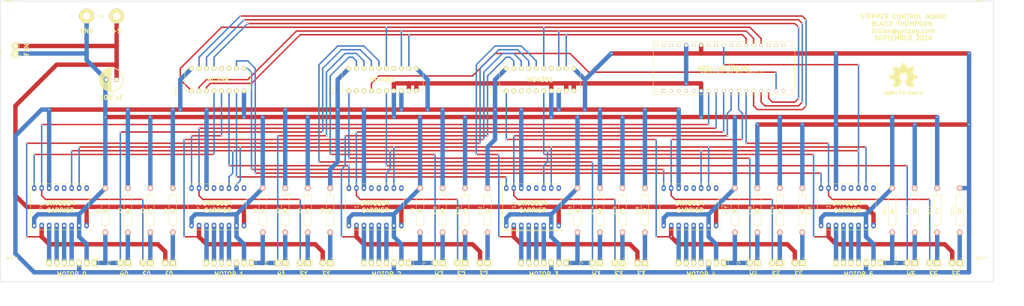
<source format=kicad_pcb>
(kicad_pcb (version 4) (host pcbnew 4.0.3-stable)
  (layers (0 F.Cu signal) (31 B.Cu signal) (34 B.Paste user hide) (35 F.Paste user hide) (36 B.SilkS user hide) (37 F.SilkS user) (38 B.Mask user hide) (39 F.Mask user hide) (44 Edge.Cuts user))
  (net 0 "")
  (net 1 /G)
  (net 2 /V)
  (net 3 "Net-(P1-Pad1)")
  (net 4 /0)
  (net 5 /1)
  (net 6 "Net-(P1-Pad4)")
  (net 7 "Net-(P1-Pad5)")
  (net 8 /5)
  (net 9 "Net-(P1-Pad11)")
  (net 10 "Net-(P1-Pad12)")
  (net 11 "Net-(P1-Pad13)")
  (net 12 "Net-(P1-Pad14)")
  (net 13 "Net-(P4-Pad1)")
  (net 14 "Net-(P5-Pad1)")
  (net 15 "Net-(P6-Pad1)")
  (net 16 "Net-(P7-Pad1)")
  (net 17 "Net-(P7-Pad4)")
  (net 18 "Net-(P7-Pad5)")
  (net 19 "Net-(P7-Pad11)")
  (net 20 "Net-(P7-Pad12)")
  (net 21 "Net-(P7-Pad13)")
  (net 22 "Net-(P7-Pad14)")
  (net 23 "Net-(P9-Pad1)")
  (net 24 "Net-(P10-Pad1)")
  (net 25 "Net-(P10-Pad2)")
  (net 26 "Net-(P10-Pad3)")
  (net 27 "Net-(P10-Pad11)")
  (net 28 "Net-(P10-Pad12)")
  (net 29 "Net-(P10-Pad13)")
  (net 30 "Net-(P10-Pad14)")
  (net 31 "Net-(P10-Pad15)")
  (net 32 "Net-(P11-Pad1)")
  (net 33 "Net-(P12-Pad1)")
  (net 34 "Net-(P13-Pad1)")
  (net 35 "Net-(P13-Pad4)")
  (net 36 "Net-(P13-Pad5)")
  (net 37 "Net-(P13-Pad11)")
  (net 38 "Net-(P13-Pad12)")
  (net 39 "Net-(P13-Pad13)")
  (net 40 "Net-(P13-Pad14)")
  (net 41 "Net-(P15-Pad1)")
  (net 42 "Net-(P16-Pad2)")
  (net 43 "Net-(P16-Pad3)")
  (net 44 "Net-(P16-Pad4)")
  (net 45 "Net-(P16-Pad5)")
  (net 46 "Net-(P16-Pad14)")
  (net 47 "Net-(P17-Pad1)")
  (net 48 "Net-(P18-Pad1)")
  (net 49 "Net-(P19-Pad1)")
  (net 50 "Net-(P19-Pad4)")
  (net 51 "Net-(P19-Pad5)")
  (net 52 "Net-(P19-Pad11)")
  (net 53 "Net-(P19-Pad12)")
  (net 54 "Net-(P19-Pad13)")
  (net 55 "Net-(P19-Pad14)")
  (net 56 "Net-(P21-Pad1)")
  (net 57 "Net-(P22-Pad2)")
  (net 58 "Net-(P22-Pad3)")
  (net 59 "Net-(P22-Pad4)")
  (net 60 "Net-(P22-Pad5)")
  (net 61 "Net-(P22-Pad14)")
  (net 62 "Net-(P23-Pad1)")
  (net 63 "Net-(P24-Pad1)")
  (net 64 "Net-(P25-Pad1)")
  (net 65 "Net-(P25-Pad4)")
  (net 66 "Net-(P25-Pad5)")
  (net 67 "Net-(P25-Pad11)")
  (net 68 "Net-(P25-Pad12)")
  (net 69 "Net-(P25-Pad13)")
  (net 70 "Net-(P25-Pad14)")
  (net 71 "Net-(P27-Pad1)")
  (net 72 "Net-(P28-Pad1)")
  (net 73 "Net-(P29-Pad1)")
  (net 74 "Net-(P30-Pad1)")
  (net 75 "Net-(P30-Pad4)")
  (net 76 "Net-(P30-Pad5)")
  (net 77 "Net-(P30-Pad11)")
  (net 78 "Net-(P30-Pad12)")
  (net 79 "Net-(P30-Pad13)")
  (net 80 "Net-(P30-Pad14)")
  (net 81 "Net-(P32-Pad1)")
  (net 82 "Net-(P33-Pad1)")
  (net 83 "Net-(P34-Pad1)")
  (net 84 "Net-(U1-PadSCK)")
  (net 85 "Net-(U1-PadMI)")
  (net 86 "Net-(U1-PadVI)")
  (net 87 "Net-(U1-PadRST)")
  (net 88 "Net-(U1-PadNC)")
  (net 89 "Net-(U1-PadA3)")
  (net 90 "Net-(U1-PadAREF)")
  (net 91 "Net-(U1-Pad3.3V)")
  (net 92 "Net-(U1-Pad13)")
  (net 93 "Net-(U1-PadMO)")
  (net 94 "Net-(U1-PadSS)")
  (net 95 "Net-(U1-PadTX)")
  (net 96 "Net-(U1-PadRX)")
  (net 97 /F0)
  (net 98 /S0)
  (net 99 /D0)
  (net 100 /H0)
  (net 101 /F1)
  (net 102 /S1)
  (net 103 /D1)
  (net 104 /H1)
  (net 105 /D2)
  (net 106 /D3)
  (net 107 /D4)
  (net 108 /D5)
  (net 109 /F2)
  (net 110 /S2)
  (net 111 /H2)
  (net 112 /H4)
  (net 113 /H5)
  (net 114 /H3)
  (net 115 /F3)
  (net 116 /S3)
  (net 117 /F4)
  (net 118 /F5)
  (net 119 /S4)
  (net 120 /S5)
  (module Housings_DIP:DIP-20_W7.62mm (layer F.Cu) (at 214.63 104.14 90)
    (fp_text reference P22 (at 0 -5.22 90) (layer F.SilkS))
    (fp_text value HC4351)
    (pad 1 thru_hole oval (at 0 0 90) (size 1.6 1.6) (drill 0.8) (layers *.Cu *.Mask F.SilkS) (net 117 /F4))
    (pad 2 thru_hole oval (at 0 2.54 90) (size 1.6 1.6) (drill 0.8) (layers *.Cu *.Mask F.SilkS) (net 57 "Net-(P22-Pad2)"))
    (pad 3 thru_hole oval (at 0 5.08 90) (size 1.6 1.6) (drill 0.8) (layers *.Cu *.Mask F.SilkS) (net 58 "Net-(P22-Pad3)"))
    (pad 4 thru_hole oval (at 0 7.62 90) (size 1.6 1.6) (drill 0.8) (layers *.Cu *.Mask F.SilkS) (net 59 "Net-(P22-Pad4)"))
    (pad 5 thru_hole oval (at 0 10.16 90) (size 1.6 1.6) (drill 0.8) (layers *.Cu *.Mask F.SilkS) (net 60 "Net-(P22-Pad5)"))
    (pad 6 thru_hole oval (at 0 12.7 90) (size 1.6 1.6) (drill 0.8) (layers *.Cu *.Mask F.SilkS) (net 118 /F5))
    (pad 7 thru_hole oval (at 0 15.24 90) (size 1.6 1.6) (drill 0.8) (layers *.Cu *.Mask F.SilkS) (net 1 /G))
    (pad 8 thru_hole oval (at 0 17.78 90) (size 1.6 1.6) (drill 0.8) (layers *.Cu *.Mask F.SilkS) (net 8 /5))
    (pad 9 thru_hole oval (at 0 20.32 90) (size 1.6 1.6) (drill 0.8) (layers *.Cu *.Mask F.SilkS) (net 1 /G))
    (pad 10 thru_hole oval (at 0 22.86 90) (size 1.6 1.6) (drill 0.8) (layers *.Cu *.Mask F.SilkS) (net 1 /G))
    (pad 11 thru_hole oval (at 7.62 22.86 90) (size 1.6 1.6) (drill 0.8) (layers *.Cu *.Mask F.SilkS) (net 8 /5))
    (pad 12 thru_hole oval (at 7.62 20.32 90) (size 1.6 1.6) (drill 0.8) (layers *.Cu *.Mask F.SilkS) (net 26 "Net-(P10-Pad3)"))
    (pad 13 thru_hole oval (at 7.62 17.78 90) (size 1.6 1.6) (drill 0.8) (layers *.Cu *.Mask F.SilkS) (net 25 "Net-(P10-Pad2)"))
    (pad 14 thru_hole oval (at 7.62 15.24 90) (size 1.6 1.6) (drill 0.8) (layers *.Cu *.Mask F.SilkS) (net 61 "Net-(P22-Pad14)"))
    (pad 15 thru_hole oval (at 7.62 12.7 90) (size 1.6 1.6) (drill 0.8) (layers *.Cu *.Mask F.SilkS) (net 24 "Net-(P10-Pad1)"))
    (pad 16 thru_hole oval (at 7.62 10.16 90) (size 1.6 1.6) (drill 0.8) (layers *.Cu *.Mask F.SilkS) (net 115 /F3))
    (pad 17 thru_hole oval (at 7.62 7.62 90) (size 1.6 1.6) (drill 0.8) (layers *.Cu *.Mask F.SilkS) (net 97 /F0))
    (pad 18 thru_hole oval (at 7.62 5.08 90) (size 1.6 1.6) (drill 0.8) (layers *.Cu *.Mask F.SilkS) (net 101 /F1))
    (pad 19 thru_hole oval (at 7.62 2.54 90) (size 1.6 1.6) (drill 0.8) (layers *.Cu *.Mask F.SilkS) (net 109 /F2))
    (pad 20 thru_hole oval (at 7.62 0 90) (size 1.6 1.6) (drill 0.8) (layers *.Cu *.Mask F.SilkS) (net 8 /5))
  )
  (module arduino_micro:ARDUINO_MICRO_SHIELD (layer F.Cu) (at 267.97 104.14)
    (fp_text reference U1 (at 23.17 -8.91) (layer F.SilkS) (effects (font (size 1.2 1.2))))
    (fp_text value ARDUINO_MICRO_SHIELD (at 23.17 -6.37) (layer F.SilkS) (effects (font (size 1.2 1.2))))
    (pad SCK thru_hole circle (at 0 -15.496) (size 1.2 1.2) (drill 0.8) (layers *.Cu *.Mask F.SilkS) (net 84 "Net-(U1-PadSCK)"))
    (pad MI thru_hole circle (at 2.54 -15.496) (size 1.2 1.2) (drill 0.8) (layers *.Cu *.Mask F.SilkS) (net 85 "Net-(U1-PadMI)"))
    (pad VI thru_hole circle (at 5.08 -15.496) (size 1.2 1.2) (drill 0.8) (layers *.Cu *.Mask F.SilkS) (net 86 "Net-(U1-PadVI)"))
    (pad GND thru_hole circle (at 7.62 -15.496) (size 1.2 1.2) (drill 0.8) (layers *.Cu *.Mask F.SilkS) (net 1 /G))
    (pad RST thru_hole circle (at 10.16 -15.496) (size 1.2 1.2) (drill 0.8) (layers *.Cu *.Mask F.SilkS) (net 87 "Net-(U1-PadRST)"))
    (pad 5V thru_hole circle (at 12.7 -15.496) (size 1.2 1.2) (drill 0.8) (layers *.Cu *.Mask F.SilkS) (net 8 /5))
    (pad NC thru_hole circle (at 15.24 -15.496) (size 1.2 1.2) (drill 0.8) (layers *.Cu *.Mask F.SilkS) (net 88 "Net-(U1-PadNC)"))
    (pad NC thru_hole circle (at 17.78 -15.496) (size 1.2 1.2) (drill 0.8) (layers *.Cu *.Mask F.SilkS) (net 88 "Net-(U1-PadNC)"))
    (pad A5 thru_hole circle (at 20.32 -15.496) (size 1.2 1.2) (drill 0.8) (layers *.Cu *.Mask F.SilkS) (net 5 /1))
    (pad A4 thru_hole circle (at 22.86 -15.496) (size 1.2 1.2) (drill 0.8) (layers *.Cu *.Mask F.SilkS) (net 4 /0))
    (pad A3 thru_hole circle (at 25.4 -15.496) (size 1.2 1.2) (drill 0.8) (layers *.Cu *.Mask F.SilkS) (net 89 "Net-(U1-PadA3)"))
    (pad A2 thru_hole circle (at 27.94 -15.496) (size 1.2 1.2) (drill 0.8) (layers *.Cu *.Mask F.SilkS) (net 26 "Net-(P10-Pad3)"))
    (pad A1 thru_hole circle (at 30.48 -15.496) (size 1.2 1.2) (drill 0.8) (layers *.Cu *.Mask F.SilkS) (net 25 "Net-(P10-Pad2)"))
    (pad A0 thru_hole circle (at 33.02 -15.496) (size 1.2 1.2) (drill 0.8) (layers *.Cu *.Mask F.SilkS) (net 24 "Net-(P10-Pad1)"))
    (pad AREF thru_hole circle (at 35.56 -15.496) (size 1.2 1.2) (drill 0.8) (layers *.Cu *.Mask F.SilkS) (net 90 "Net-(U1-PadAREF)"))
    (pad 3.3V thru_hole circle (at 38.1 -15.496) (size 1.2 1.2) (drill 0.8) (layers *.Cu *.Mask F.SilkS) (net 91 "Net-(U1-Pad3.3V)"))
    (pad 13 thru_hole circle (at 40.64 -15.496) (size 1.2 1.2) (drill 0.8) (layers *.Cu *.Mask F.SilkS) (net 92 "Net-(U1-Pad13)"))
    (pad MO thru_hole rect (at 0 -0.004) (size 1.2 1.2) (drill 0.8) (layers *.Cu *.Mask F.SilkS) (net 93 "Net-(U1-PadMO)"))
    (pad SS thru_hole circle (at 2.54 -0.004) (size 1.2 1.2) (drill 0.8) (layers *.Cu *.Mask F.SilkS) (net 94 "Net-(U1-PadSS)"))
    (pad TX thru_hole circle (at 5.08 -0.004) (size 1.2 1.2) (drill 0.8) (layers *.Cu *.Mask F.SilkS) (net 95 "Net-(U1-PadTX)"))
    (pad RX thru_hole circle (at 7.62 -0.004) (size 1.2 1.2) (drill 0.8) (layers *.Cu *.Mask F.SilkS) (net 96 "Net-(U1-PadRX)"))
    (pad RST thru_hole circle (at 10.16 -0.004) (size 1.2 1.2) (drill 0.8) (layers *.Cu *.Mask F.SilkS) (net 87 "Net-(U1-PadRST)"))
    (pad GND thru_hole circle (at 12.7 -0.004) (size 1.2 1.2) (drill 0.8) (layers *.Cu *.Mask F.SilkS) (net 1 /G))
    (pad 2 thru_hole circle (at 15.24 -0.004) (size 1.2 1.2) (drill 0.8) (layers *.Cu *.Mask F.SilkS) (net 98 /S0))
    (pad 3 thru_hole circle (at 17.78 -0.004) (size 1.2 1.2) (drill 0.8) (layers *.Cu *.Mask F.SilkS) (net 102 /S1))
    (pad 4 thru_hole circle (at 20.32 -0.004) (size 1.2 1.2) (drill 0.8) (layers *.Cu *.Mask F.SilkS) (net 110 /S2))
    (pad 5 thru_hole circle (at 22.86 -0.004) (size 1.2 1.2) (drill 0.8) (layers *.Cu *.Mask F.SilkS) (net 116 /S3))
    (pad 6 thru_hole circle (at 25.4 -0.004) (size 1.2 1.2) (drill 0.8) (layers *.Cu *.Mask F.SilkS) (net 119 /S4))
    (pad 7 thru_hole circle (at 27.94 -0.004) (size 1.2 1.2) (drill 0.8) (layers *.Cu *.Mask F.SilkS) (net 120 /S5))
    (pad 8 thru_hole circle (at 30.48 -0.004) (size 1.2 1.2) (drill 0.8) (layers *.Cu *.Mask F.SilkS) (net 31 "Net-(P10-Pad15)"))
    (pad 9 thru_hole circle (at 33.02 -0.004) (size 1.2 1.2) (drill 0.8) (layers *.Cu *.Mask F.SilkS) (net 30 "Net-(P10-Pad14)"))
    (pad 10 thru_hole circle (at 35.56 -0.004) (size 1.2 1.2) (drill 0.8) (layers *.Cu *.Mask F.SilkS) (net 29 "Net-(P10-Pad13)"))
    (pad 11 thru_hole circle (at 38.1 -0.004) (size 1.2 1.2) (drill 0.8) (layers *.Cu *.Mask F.SilkS) (net 44 "Net-(P16-Pad4)"))
    (pad 12 thru_hole circle (at 40.64 -0.004) (size 1.2 1.2) (drill 0.8) (layers *.Cu *.Mask F.SilkS) (net 59 "Net-(P22-Pad4)"))
  )
  (module Symbols:OSHW-Logo2_14.6x12mm_SilkScreen (layer F.Cu) (at 349.25 100.33)
    (fp_text reference REF*** hide)
    (fp_text value OSHW-Logo2_14.6x12mm_SilkScreen hide)
  )
  (module Resistors_ThroughHole:Resistor_Horizontal_RM15mm (layer F.Cu) (at 353.06 137.16 270)
    (fp_text reference R22 (at 7.62 2.54 270) (layer F.SilkS))
    (fp_text value R)
    (pad 1 thru_hole circle (at 0 0 270) (size 1.99898 1.99898) (drill 1.00076) (layers *.Cu *.SilkS *.Mask) (net 8 /5))
    (pad 2 thru_hole circle (at 15 0 270) (size 1.99898 1.99898) (drill 1.00076) (layers *.Cu *.SilkS *.Mask) (net 81 "Net-(P32-Pad1)"))
  )
  (module Mounting_Holes:MountingHole_3mm (layer F.Cu) (at 46.99 165.1)
    (fp_text reference REF** (at 0 -4) (layer F.SilkS))
    (fp_text value MountingHole_3mm)
    (pad 1 np_thru_hole circle (at 0 0) (size 3 3) (drill 3) (layers *.Cu *.Mask F.SilkS))
  )
  (module Mounting_Holes:MountingHole_3mm (layer F.Cu) (at 46.99 77.47)
    (fp_text reference REF** (at 0 -4) (layer F.SilkS))
    (fp_text value MountingHole_3mm)
    (pad 1 np_thru_hole circle (at 0 0) (size 3 3) (drill 3) (layers *.Cu *.Mask F.SilkS))
  )
  (module Mounting_Holes:MountingHole_3mm (layer F.Cu) (at 375.92 165.1)
    (fp_text reference REF** (at 0 -4) (layer F.SilkS))
    (fp_text value MountingHole_3mm)
    (pad 1 np_thru_hole circle (at 0 0) (size 3 3) (drill 3) (layers *.Cu *.Mask F.SilkS))
  )
  (module Capacitors_ThroughHole:C_Radial_D8_L11.5_P3.5 (layer F.Cu) (at 82.55 100.33 180)
    (fp_text reference C1 (at 1.75 -5.3 180) (layer F.SilkS))
    (fp_text value CP1)
    (pad 2 thru_hole circle (at 3.5 0 180) (size 1.3 1.3) (drill 0.8) (layers *.Cu *.Mask F.SilkS) (net 1 /G))
    (pad 1 thru_hole rect (at 0 0 180) (size 1.3 1.3) (drill 0.8) (layers *.Cu *.Mask F.SilkS) (net 2 /V))
  )
  (module Pin_Headers:Pin_Header_Straight_1x07 (layer F.Cu) (at 74.93 162.56 270)
    (fp_text reference P2 (at 0 -5.1 270) (layer F.SilkS))
    (fp_text value DB9)
    (pad 1 thru_hole rect (at 0 0 270) (size 2.032 1.7272) (drill 1.016) (layers *.Cu *.Mask F.SilkS) (net 100 /H0))
    (pad 2 thru_hole oval (at 0 2.54 270) (size 2.032 1.7272) (drill 1.016) (layers *.Cu *.Mask F.SilkS) (net 1 /G))
    (pad 3 thru_hole oval (at 0 5.08 270) (size 2.032 1.7272) (drill 1.016) (layers *.Cu *.Mask F.SilkS) (net 8 /5))
    (pad 4 thru_hole oval (at 0 7.62 270) (size 2.032 1.7272) (drill 1.016) (layers *.Cu *.Mask F.SilkS) (net 12 "Net-(P1-Pad14)"))
    (pad 5 thru_hole oval (at 0 10.16 270) (size 2.032 1.7272) (drill 1.016) (layers *.Cu *.Mask F.SilkS) (net 11 "Net-(P1-Pad13)"))
    (pad 6 thru_hole oval (at 0 12.7 270) (size 2.032 1.7272) (drill 1.016) (layers *.Cu *.Mask F.SilkS) (net 10 "Net-(P1-Pad12)"))
    (pad 7 thru_hole oval (at 0 15.24 270) (size 2.032 1.7272) (drill 1.016) (layers *.Cu *.Mask F.SilkS) (net 9 "Net-(P1-Pad11)"))
  )
  (module Socket_Strips:Socket_Strip_Straight_1x02 (layer F.Cu) (at 86.36 162.56 180)
    (fp_text reference P4 (at 1.27 -2.54 180) (layer F.SilkS))
    (fp_text value "LED H")
    (pad 1 thru_hole rect (at 0 0 180) (size 2.032 2.032) (drill 1.016) (layers *.Cu *.Mask F.SilkS) (net 13 "Net-(P4-Pad1)"))
    (pad 2 thru_hole oval (at 2.54 0 180) (size 2.032 2.032) (drill 1.016) (layers *.Cu *.Mask F.SilkS) (net 100 /H0))
  )
  (module Socket_Strips:Socket_Strip_Straight_1x02 (layer F.Cu) (at 93.98 162.56 180)
    (fp_text reference P5 (at 1.27 -2.54 180) (layer F.SilkS))
    (fp_text value "LED S")
    (pad 1 thru_hole rect (at 0 0 180) (size 2.032 2.032) (drill 1.016) (layers *.Cu *.Mask F.SilkS) (net 14 "Net-(P5-Pad1)"))
    (pad 2 thru_hole oval (at 2.54 0 180) (size 2.032 2.032) (drill 1.016) (layers *.Cu *.Mask F.SilkS) (net 98 /S0))
  )
  (module Socket_Strips:Socket_Strip_Straight_1x02 (layer F.Cu) (at 101.6 162.56 180)
    (fp_text reference P6 (at 1.27 -2.54 180) (layer F.SilkS))
    (fp_text value "LED F")
    (pad 1 thru_hole rect (at 0 0 180) (size 2.032 2.032) (drill 1.016) (layers *.Cu *.Mask F.SilkS) (net 15 "Net-(P6-Pad1)"))
    (pad 2 thru_hole oval (at 2.54 0 180) (size 2.032 2.032) (drill 1.016) (layers *.Cu *.Mask F.SilkS) (net 97 /F0))
  )
  (module Pin_Headers:Pin_Header_Straight_1x07 (layer F.Cu) (at 128.27 162.56 270)
    (fp_text reference P8 (at 0 -5.1 270) (layer F.SilkS))
    (fp_text value DB9)
    (pad 1 thru_hole rect (at 0 0 270) (size 2.032 1.7272) (drill 1.016) (layers *.Cu *.Mask F.SilkS) (net 104 /H1))
    (pad 2 thru_hole oval (at 0 2.54 270) (size 2.032 1.7272) (drill 1.016) (layers *.Cu *.Mask F.SilkS) (net 1 /G))
    (pad 3 thru_hole oval (at 0 5.08 270) (size 2.032 1.7272) (drill 1.016) (layers *.Cu *.Mask F.SilkS) (net 8 /5))
    (pad 4 thru_hole oval (at 0 7.62 270) (size 2.032 1.7272) (drill 1.016) (layers *.Cu *.Mask F.SilkS) (net 22 "Net-(P7-Pad14)"))
    (pad 5 thru_hole oval (at 0 10.16 270) (size 2.032 1.7272) (drill 1.016) (layers *.Cu *.Mask F.SilkS) (net 21 "Net-(P7-Pad13)"))
    (pad 6 thru_hole oval (at 0 12.7 270) (size 2.032 1.7272) (drill 1.016) (layers *.Cu *.Mask F.SilkS) (net 20 "Net-(P7-Pad12)"))
    (pad 7 thru_hole oval (at 0 15.24 270) (size 2.032 1.7272) (drill 1.016) (layers *.Cu *.Mask F.SilkS) (net 19 "Net-(P7-Pad11)"))
  )
  (module Socket_Strips:Socket_Strip_Straight_1x02 (layer F.Cu) (at 139.7 162.56 180)
    (fp_text reference P9 (at 1.27 -2.54 180) (layer F.SilkS))
    (fp_text value "LED H")
    (pad 1 thru_hole rect (at 0 0 180) (size 2.032 2.032) (drill 1.016) (layers *.Cu *.Mask F.SilkS) (net 23 "Net-(P9-Pad1)"))
    (pad 2 thru_hole oval (at 2.54 0 180) (size 2.032 2.032) (drill 1.016) (layers *.Cu *.Mask F.SilkS) (net 104 /H1))
  )
  (module Housings_DIP:DIP-16_W7.62mm (layer F.Cu) (at 107.95 104.14 90)
    (fp_text reference P10 (at 0 -5.22 90) (layer F.SilkS))
    (fp_text value HC259)
    (pad 1 thru_hole oval (at 0 0 90) (size 1.6 1.6) (drill 0.8) (layers *.Cu *.Mask F.SilkS) (net 24 "Net-(P10-Pad1)"))
    (pad 2 thru_hole oval (at 0 2.54 90) (size 1.6 1.6) (drill 0.8) (layers *.Cu *.Mask F.SilkS) (net 25 "Net-(P10-Pad2)"))
    (pad 3 thru_hole oval (at 0 5.08 90) (size 1.6 1.6) (drill 0.8) (layers *.Cu *.Mask F.SilkS) (net 26 "Net-(P10-Pad3)"))
    (pad 4 thru_hole oval (at 0 7.62 90) (size 1.6 1.6) (drill 0.8) (layers *.Cu *.Mask F.SilkS) (net 99 /D0))
    (pad 5 thru_hole oval (at 0 10.16 90) (size 1.6 1.6) (drill 0.8) (layers *.Cu *.Mask F.SilkS) (net 103 /D1))
    (pad 6 thru_hole oval (at 0 12.7 90) (size 1.6 1.6) (drill 0.8) (layers *.Cu *.Mask F.SilkS) (net 105 /D2))
    (pad 7 thru_hole oval (at 0 15.24 90) (size 1.6 1.6) (drill 0.8) (layers *.Cu *.Mask F.SilkS) (net 106 /D3))
    (pad 8 thru_hole oval (at 0 17.78 90) (size 1.6 1.6) (drill 0.8) (layers *.Cu *.Mask F.SilkS) (net 1 /G))
    (pad 9 thru_hole oval (at 7.62 17.78 90) (size 1.6 1.6) (drill 0.8) (layers *.Cu *.Mask F.SilkS) (net 107 /D4))
    (pad 10 thru_hole oval (at 7.62 15.24 90) (size 1.6 1.6) (drill 0.8) (layers *.Cu *.Mask F.SilkS) (net 108 /D5))
    (pad 11 thru_hole oval (at 7.62 12.7 90) (size 1.6 1.6) (drill 0.8) (layers *.Cu *.Mask F.SilkS) (net 27 "Net-(P10-Pad11)"))
    (pad 12 thru_hole oval (at 7.62 10.16 90) (size 1.6 1.6) (drill 0.8) (layers *.Cu *.Mask F.SilkS) (net 28 "Net-(P10-Pad12)"))
    (pad 13 thru_hole oval (at 7.62 7.62 90) (size 1.6 1.6) (drill 0.8) (layers *.Cu *.Mask F.SilkS) (net 29 "Net-(P10-Pad13)"))
    (pad 14 thru_hole oval (at 7.62 5.08 90) (size 1.6 1.6) (drill 0.8) (layers *.Cu *.Mask F.SilkS) (net 30 "Net-(P10-Pad14)"))
    (pad 15 thru_hole oval (at 7.62 2.54 90) (size 1.6 1.6) (drill 0.8) (layers *.Cu *.Mask F.SilkS) (net 31 "Net-(P10-Pad15)"))
    (pad 16 thru_hole oval (at 7.62 0 90) (size 1.6 1.6) (drill 0.8) (layers *.Cu *.Mask F.SilkS) (net 8 /5))
  )
  (module Socket_Strips:Socket_Strip_Straight_1x02 (layer F.Cu) (at 147.32 162.56 180)
    (fp_text reference P11 (at 1.27 -2.54 180) (layer F.SilkS))
    (fp_text value "LED S")
    (pad 1 thru_hole rect (at 0 0 180) (size 2.032 2.032) (drill 1.016) (layers *.Cu *.Mask F.SilkS) (net 32 "Net-(P11-Pad1)"))
    (pad 2 thru_hole oval (at 2.54 0 180) (size 2.032 2.032) (drill 1.016) (layers *.Cu *.Mask F.SilkS) (net 102 /S1))
  )
  (module Socket_Strips:Socket_Strip_Straight_1x02 (layer F.Cu) (at 154.94 162.56 180)
    (fp_text reference P12 (at 1.27 -2.54 180) (layer F.SilkS))
    (fp_text value "LED F")
    (pad 1 thru_hole rect (at 0 0 180) (size 2.032 2.032) (drill 1.016) (layers *.Cu *.Mask F.SilkS) (net 33 "Net-(P12-Pad1)"))
    (pad 2 thru_hole oval (at 2.54 0 180) (size 2.032 2.032) (drill 1.016) (layers *.Cu *.Mask F.SilkS) (net 101 /F1))
  )
  (module Pin_Headers:Pin_Header_Straight_1x07 (layer F.Cu) (at 181.61 162.56 270)
    (fp_text reference P14 (at 0 -5.1 270) (layer F.SilkS))
    (fp_text value DB9)
    (pad 1 thru_hole rect (at 0 0 270) (size 2.032 1.7272) (drill 1.016) (layers *.Cu *.Mask F.SilkS) (net 111 /H2))
    (pad 2 thru_hole oval (at 0 2.54 270) (size 2.032 1.7272) (drill 1.016) (layers *.Cu *.Mask F.SilkS) (net 1 /G))
    (pad 3 thru_hole oval (at 0 5.08 270) (size 2.032 1.7272) (drill 1.016) (layers *.Cu *.Mask F.SilkS) (net 8 /5))
    (pad 4 thru_hole oval (at 0 7.62 270) (size 2.032 1.7272) (drill 1.016) (layers *.Cu *.Mask F.SilkS) (net 40 "Net-(P13-Pad14)"))
    (pad 5 thru_hole oval (at 0 10.16 270) (size 2.032 1.7272) (drill 1.016) (layers *.Cu *.Mask F.SilkS) (net 39 "Net-(P13-Pad13)"))
    (pad 6 thru_hole oval (at 0 12.7 270) (size 2.032 1.7272) (drill 1.016) (layers *.Cu *.Mask F.SilkS) (net 38 "Net-(P13-Pad12)"))
    (pad 7 thru_hole oval (at 0 15.24 270) (size 2.032 1.7272) (drill 1.016) (layers *.Cu *.Mask F.SilkS) (net 37 "Net-(P13-Pad11)"))
  )
  (module Socket_Strips:Socket_Strip_Straight_1x02 (layer F.Cu) (at 193.04 162.56 180)
    (fp_text reference P15 (at 1.27 -2.54 180) (layer F.SilkS))
    (fp_text value "LED H")
    (pad 1 thru_hole rect (at 0 0 180) (size 2.032 2.032) (drill 1.016) (layers *.Cu *.Mask F.SilkS) (net 41 "Net-(P15-Pad1)"))
    (pad 2 thru_hole oval (at 2.54 0 180) (size 2.032 2.032) (drill 1.016) (layers *.Cu *.Mask F.SilkS) (net 111 /H2))
  )
  (module Housings_DIP:DIP-20_W7.62mm (layer F.Cu) (at 161.29 104.14 90)
    (fp_text reference P16 (at 0 -5.22 90) (layer F.SilkS))
    (fp_text value HC4351)
    (pad 1 thru_hole oval (at 0 0 90) (size 1.6 1.6) (drill 0.8) (layers *.Cu *.Mask F.SilkS) (net 112 /H4))
    (pad 2 thru_hole oval (at 0 2.54 90) (size 1.6 1.6) (drill 0.8) (layers *.Cu *.Mask F.SilkS) (net 42 "Net-(P16-Pad2)"))
    (pad 3 thru_hole oval (at 0 5.08 90) (size 1.6 1.6) (drill 0.8) (layers *.Cu *.Mask F.SilkS) (net 43 "Net-(P16-Pad3)"))
    (pad 4 thru_hole oval (at 0 7.62 90) (size 1.6 1.6) (drill 0.8) (layers *.Cu *.Mask F.SilkS) (net 44 "Net-(P16-Pad4)"))
    (pad 5 thru_hole oval (at 0 10.16 90) (size 1.6 1.6) (drill 0.8) (layers *.Cu *.Mask F.SilkS) (net 45 "Net-(P16-Pad5)"))
    (pad 6 thru_hole oval (at 0 12.7 90) (size 1.6 1.6) (drill 0.8) (layers *.Cu *.Mask F.SilkS) (net 113 /H5))
    (pad 7 thru_hole oval (at 0 15.24 90) (size 1.6 1.6) (drill 0.8) (layers *.Cu *.Mask F.SilkS) (net 1 /G))
    (pad 8 thru_hole oval (at 0 17.78 90) (size 1.6 1.6) (drill 0.8) (layers *.Cu *.Mask F.SilkS) (net 8 /5))
    (pad 9 thru_hole oval (at 0 20.32 90) (size 1.6 1.6) (drill 0.8) (layers *.Cu *.Mask F.SilkS) (net 1 /G))
    (pad 10 thru_hole oval (at 0 22.86 90) (size 1.6 1.6) (drill 0.8) (layers *.Cu *.Mask F.SilkS) (net 1 /G))
    (pad 11 thru_hole oval (at 7.62 22.86 90) (size 1.6 1.6) (drill 0.8) (layers *.Cu *.Mask F.SilkS) (net 8 /5))
    (pad 12 thru_hole oval (at 7.62 20.32 90) (size 1.6 1.6) (drill 0.8) (layers *.Cu *.Mask F.SilkS) (net 26 "Net-(P10-Pad3)"))
    (pad 13 thru_hole oval (at 7.62 17.78 90) (size 1.6 1.6) (drill 0.8) (layers *.Cu *.Mask F.SilkS) (net 25 "Net-(P10-Pad2)"))
    (pad 14 thru_hole oval (at 7.62 15.24 90) (size 1.6 1.6) (drill 0.8) (layers *.Cu *.Mask F.SilkS) (net 46 "Net-(P16-Pad14)"))
    (pad 15 thru_hole oval (at 7.62 12.7 90) (size 1.6 1.6) (drill 0.8) (layers *.Cu *.Mask F.SilkS) (net 24 "Net-(P10-Pad1)"))
    (pad 16 thru_hole oval (at 7.62 10.16 90) (size 1.6 1.6) (drill 0.8) (layers *.Cu *.Mask F.SilkS) (net 114 /H3))
    (pad 17 thru_hole oval (at 7.62 7.62 90) (size 1.6 1.6) (drill 0.8) (layers *.Cu *.Mask F.SilkS) (net 100 /H0))
    (pad 18 thru_hole oval (at 7.62 5.08 90) (size 1.6 1.6) (drill 0.8) (layers *.Cu *.Mask F.SilkS) (net 104 /H1))
    (pad 19 thru_hole oval (at 7.62 2.54 90) (size 1.6 1.6) (drill 0.8) (layers *.Cu *.Mask F.SilkS) (net 111 /H2))
    (pad 20 thru_hole oval (at 7.62 0 90) (size 1.6 1.6) (drill 0.8) (layers *.Cu *.Mask F.SilkS) (net 8 /5))
  )
  (module Socket_Strips:Socket_Strip_Straight_1x02 (layer F.Cu) (at 200.66 162.56 180)
    (fp_text reference P17 (at 1.27 -2.54 180) (layer F.SilkS))
    (fp_text value "LED S")
    (pad 1 thru_hole rect (at 0 0 180) (size 2.032 2.032) (drill 1.016) (layers *.Cu *.Mask F.SilkS) (net 47 "Net-(P17-Pad1)"))
    (pad 2 thru_hole oval (at 2.54 0 180) (size 2.032 2.032) (drill 1.016) (layers *.Cu *.Mask F.SilkS) (net 110 /S2))
  )
  (module Socket_Strips:Socket_Strip_Straight_1x02 (layer F.Cu) (at 208.28 162.56 180)
    (fp_text reference P18 (at 1.27 -2.54 180) (layer F.SilkS))
    (fp_text value "LED F")
    (pad 1 thru_hole rect (at 0 0 180) (size 2.032 2.032) (drill 1.016) (layers *.Cu *.Mask F.SilkS) (net 48 "Net-(P18-Pad1)"))
    (pad 2 thru_hole oval (at 2.54 0 180) (size 2.032 2.032) (drill 1.016) (layers *.Cu *.Mask F.SilkS) (net 109 /F2))
  )
  (module Pin_Headers:Pin_Header_Straight_1x07 (layer F.Cu) (at 234.95 162.56 270)
    (fp_text reference P20 (at 0 -5.1 270) (layer F.SilkS))
    (fp_text value DB9)
    (pad 1 thru_hole rect (at 0 0 270) (size 2.032 1.7272) (drill 1.016) (layers *.Cu *.Mask F.SilkS) (net 114 /H3))
    (pad 2 thru_hole oval (at 0 2.54 270) (size 2.032 1.7272) (drill 1.016) (layers *.Cu *.Mask F.SilkS) (net 1 /G))
    (pad 3 thru_hole oval (at 0 5.08 270) (size 2.032 1.7272) (drill 1.016) (layers *.Cu *.Mask F.SilkS) (net 8 /5))
    (pad 4 thru_hole oval (at 0 7.62 270) (size 2.032 1.7272) (drill 1.016) (layers *.Cu *.Mask F.SilkS) (net 55 "Net-(P19-Pad14)"))
    (pad 5 thru_hole oval (at 0 10.16 270) (size 2.032 1.7272) (drill 1.016) (layers *.Cu *.Mask F.SilkS) (net 54 "Net-(P19-Pad13)"))
    (pad 6 thru_hole oval (at 0 12.7 270) (size 2.032 1.7272) (drill 1.016) (layers *.Cu *.Mask F.SilkS) (net 53 "Net-(P19-Pad12)"))
    (pad 7 thru_hole oval (at 0 15.24 270) (size 2.032 1.7272) (drill 1.016) (layers *.Cu *.Mask F.SilkS) (net 52 "Net-(P19-Pad11)"))
  )
  (module Socket_Strips:Socket_Strip_Straight_1x02 (layer F.Cu) (at 246.38 162.56 180)
    (fp_text reference P21 (at 1.27 -2.54 180) (layer F.SilkS))
    (fp_text value "LED H")
    (pad 1 thru_hole rect (at 0 0 180) (size 2.032 2.032) (drill 1.016) (layers *.Cu *.Mask F.SilkS) (net 56 "Net-(P21-Pad1)"))
    (pad 2 thru_hole oval (at 2.54 0 180) (size 2.032 2.032) (drill 1.016) (layers *.Cu *.Mask F.SilkS) (net 114 /H3))
  )
  (module Socket_Strips:Socket_Strip_Straight_1x02 (layer F.Cu) (at 254 162.56 180)
    (fp_text reference P23 (at 1.27 -2.54 180) (layer F.SilkS))
    (fp_text value "LED S")
    (pad 1 thru_hole rect (at 0 0 180) (size 2.032 2.032) (drill 1.016) (layers *.Cu *.Mask F.SilkS) (net 62 "Net-(P23-Pad1)"))
    (pad 2 thru_hole oval (at 2.54 0 180) (size 2.032 2.032) (drill 1.016) (layers *.Cu *.Mask F.SilkS) (net 116 /S3))
  )
  (module Socket_Strips:Socket_Strip_Straight_1x02 (layer F.Cu) (at 261.62 162.56 180)
    (fp_text reference P24 (at 1.27 -2.54 180) (layer F.SilkS))
    (fp_text value "LED F")
    (pad 1 thru_hole rect (at 0 0 180) (size 2.032 2.032) (drill 1.016) (layers *.Cu *.Mask F.SilkS) (net 63 "Net-(P24-Pad1)"))
    (pad 2 thru_hole oval (at 2.54 0 180) (size 2.032 2.032) (drill 1.016) (layers *.Cu *.Mask F.SilkS) (net 115 /F3))
  )
  (module Pin_Headers:Pin_Header_Straight_1x07 (layer F.Cu) (at 288.29 162.56 270)
    (fp_text reference P26 (at 0 -5.1 270) (layer F.SilkS))
    (fp_text value DB9)
    (pad 1 thru_hole rect (at 0 0 270) (size 2.032 1.7272) (drill 1.016) (layers *.Cu *.Mask F.SilkS) (net 112 /H4))
    (pad 2 thru_hole oval (at 0 2.54 270) (size 2.032 1.7272) (drill 1.016) (layers *.Cu *.Mask F.SilkS) (net 1 /G))
    (pad 3 thru_hole oval (at 0 5.08 270) (size 2.032 1.7272) (drill 1.016) (layers *.Cu *.Mask F.SilkS) (net 8 /5))
    (pad 4 thru_hole oval (at 0 7.62 270) (size 2.032 1.7272) (drill 1.016) (layers *.Cu *.Mask F.SilkS) (net 70 "Net-(P25-Pad14)"))
    (pad 5 thru_hole oval (at 0 10.16 270) (size 2.032 1.7272) (drill 1.016) (layers *.Cu *.Mask F.SilkS) (net 69 "Net-(P25-Pad13)"))
    (pad 6 thru_hole oval (at 0 12.7 270) (size 2.032 1.7272) (drill 1.016) (layers *.Cu *.Mask F.SilkS) (net 68 "Net-(P25-Pad12)"))
    (pad 7 thru_hole oval (at 0 15.24 270) (size 2.032 1.7272) (drill 1.016) (layers *.Cu *.Mask F.SilkS) (net 67 "Net-(P25-Pad11)"))
  )
  (module Socket_Strips:Socket_Strip_Straight_1x02 (layer F.Cu) (at 299.72 162.56 180)
    (fp_text reference P27 (at 1.27 -2.54 180) (layer F.SilkS))
    (fp_text value "LED H")
    (pad 1 thru_hole rect (at 0 0 180) (size 2.032 2.032) (drill 1.016) (layers *.Cu *.Mask F.SilkS) (net 71 "Net-(P27-Pad1)"))
    (pad 2 thru_hole oval (at 2.54 0 180) (size 2.032 2.032) (drill 1.016) (layers *.Cu *.Mask F.SilkS) (net 112 /H4))
  )
  (module Socket_Strips:Socket_Strip_Straight_1x02 (layer F.Cu) (at 307.34 162.56 180)
    (fp_text reference P28 (at 1.27 -2.54 180) (layer F.SilkS))
    (fp_text value "LED S")
    (pad 1 thru_hole rect (at 0 0 180) (size 2.032 2.032) (drill 1.016) (layers *.Cu *.Mask F.SilkS) (net 72 "Net-(P28-Pad1)"))
    (pad 2 thru_hole oval (at 2.54 0 180) (size 2.032 2.032) (drill 1.016) (layers *.Cu *.Mask F.SilkS) (net 119 /S4))
  )
  (module Socket_Strips:Socket_Strip_Straight_1x02 (layer F.Cu) (at 314.96 162.56 180)
    (fp_text reference P29 (at 1.27 -2.54 180) (layer F.SilkS))
    (fp_text value "LED F")
    (pad 1 thru_hole rect (at 0 0 180) (size 2.032 2.032) (drill 1.016) (layers *.Cu *.Mask F.SilkS) (net 73 "Net-(P29-Pad1)"))
    (pad 2 thru_hole oval (at 2.54 0 180) (size 2.032 2.032) (drill 1.016) (layers *.Cu *.Mask F.SilkS) (net 117 /F4))
  )
  (module Pin_Headers:Pin_Header_Straight_1x07 (layer F.Cu) (at 341.63 162.56 270)
    (fp_text reference P31 (at 0 -5.1 270) (layer F.SilkS))
    (fp_text value DB9)
    (pad 1 thru_hole rect (at 0 0 270) (size 2.032 1.7272) (drill 1.016) (layers *.Cu *.Mask F.SilkS) (net 113 /H5))
    (pad 2 thru_hole oval (at 0 2.54 270) (size 2.032 1.7272) (drill 1.016) (layers *.Cu *.Mask F.SilkS) (net 1 /G))
    (pad 3 thru_hole oval (at 0 5.08 270) (size 2.032 1.7272) (drill 1.016) (layers *.Cu *.Mask F.SilkS) (net 8 /5))
    (pad 4 thru_hole oval (at 0 7.62 270) (size 2.032 1.7272) (drill 1.016) (layers *.Cu *.Mask F.SilkS) (net 80 "Net-(P30-Pad14)"))
    (pad 5 thru_hole oval (at 0 10.16 270) (size 2.032 1.7272) (drill 1.016) (layers *.Cu *.Mask F.SilkS) (net 79 "Net-(P30-Pad13)"))
    (pad 6 thru_hole oval (at 0 12.7 270) (size 2.032 1.7272) (drill 1.016) (layers *.Cu *.Mask F.SilkS) (net 78 "Net-(P30-Pad12)"))
    (pad 7 thru_hole oval (at 0 15.24 270) (size 2.032 1.7272) (drill 1.016) (layers *.Cu *.Mask F.SilkS) (net 77 "Net-(P30-Pad11)"))
  )
  (module Socket_Strips:Socket_Strip_Straight_1x02 (layer F.Cu) (at 353.06 162.56 180)
    (fp_text reference P32 (at 1.27 -2.54 180) (layer F.SilkS))
    (fp_text value "LED H")
    (pad 1 thru_hole rect (at 0 0 180) (size 2.032 2.032) (drill 1.016) (layers *.Cu *.Mask F.SilkS) (net 81 "Net-(P32-Pad1)"))
    (pad 2 thru_hole oval (at 2.54 0 180) (size 2.032 2.032) (drill 1.016) (layers *.Cu *.Mask F.SilkS) (net 113 /H5))
  )
  (module Socket_Strips:Socket_Strip_Straight_1x02 (layer F.Cu) (at 360.68 162.56 180)
    (fp_text reference P33 (at 1.27 -2.54 180) (layer F.SilkS))
    (fp_text value "LED S")
    (pad 1 thru_hole rect (at 0 0 180) (size 2.032 2.032) (drill 1.016) (layers *.Cu *.Mask F.SilkS) (net 82 "Net-(P33-Pad1)"))
    (pad 2 thru_hole oval (at 2.54 0 180) (size 2.032 2.032) (drill 1.016) (layers *.Cu *.Mask F.SilkS) (net 120 /S5))
  )
  (module Socket_Strips:Socket_Strip_Straight_1x02 (layer F.Cu) (at 368.3 162.56 180)
    (fp_text reference P34 (at 1.27 -2.54 180) (layer F.SilkS))
    (fp_text value "LED F")
    (pad 1 thru_hole rect (at 0 0 180) (size 2.032 2.032) (drill 1.016) (layers *.Cu *.Mask F.SilkS) (net 83 "Net-(P34-Pad1)"))
    (pad 2 thru_hole oval (at 2.54 0 180) (size 2.032 2.032) (drill 1.016) (layers *.Cu *.Mask F.SilkS) (net 118 /F5))
  )
  (module Resistors_ThroughHole:Resistor_Horizontal_RM15mm (layer F.Cu) (at 78.74 137.16 270)
    (fp_text reference R1 (at 7.62 2.54 270) (layer F.SilkS))
    (fp_text value R)
    (pad 1 thru_hole circle (at 0 0 270) (size 1.99898 1.99898) (drill 1.00076) (layers *.Cu *.SilkS *.Mask) (net 1 /G))
    (pad 2 thru_hole circle (at 15 0 270) (size 1.99898 1.99898) (drill 1.00076) (layers *.Cu *.SilkS *.Mask) (net 100 /H0))
  )
  (module Resistors_ThroughHole:Resistor_Horizontal_RM15mm (layer F.Cu) (at 86.36 137.16 270)
    (fp_text reference R2 (at 7.62 2.54 270) (layer F.SilkS))
    (fp_text value R)
    (pad 1 thru_hole circle (at 0 0 270) (size 1.99898 1.99898) (drill 1.00076) (layers *.Cu *.SilkS *.Mask) (net 8 /5))
    (pad 2 thru_hole circle (at 15 0 270) (size 1.99898 1.99898) (drill 1.00076) (layers *.Cu *.SilkS *.Mask) (net 13 "Net-(P4-Pad1)"))
  )
  (module Resistors_ThroughHole:Resistor_Horizontal_RM15mm (layer F.Cu) (at 93.98 137.16 270)
    (fp_text reference R3 (at 7.62 2.54 270) (layer F.SilkS))
    (fp_text value R)
    (pad 1 thru_hole circle (at 0 0 270) (size 1.99898 1.99898) (drill 1.00076) (layers *.Cu *.SilkS *.Mask) (net 1 /G))
    (pad 2 thru_hole circle (at 15 0 270) (size 1.99898 1.99898) (drill 1.00076) (layers *.Cu *.SilkS *.Mask) (net 14 "Net-(P5-Pad1)"))
  )
  (module Resistors_ThroughHole:Resistor_Horizontal_RM15mm (layer F.Cu) (at 101.6 137.16 270)
    (fp_text reference R4 (at 7.62 2.54 270) (layer F.SilkS))
    (fp_text value R)
    (pad 1 thru_hole circle (at 0 0 270) (size 1.99898 1.99898) (drill 1.00076) (layers *.Cu *.SilkS *.Mask) (net 8 /5))
    (pad 2 thru_hole circle (at 15 0 270) (size 1.99898 1.99898) (drill 1.00076) (layers *.Cu *.SilkS *.Mask) (net 15 "Net-(P6-Pad1)"))
  )
  (module Resistors_ThroughHole:Resistor_Horizontal_RM15mm (layer F.Cu) (at 132.08 137.16 270)
    (fp_text reference R5 (at 7.62 2.54 270) (layer F.SilkS))
    (fp_text value R)
    (pad 1 thru_hole circle (at 0 0 270) (size 1.99898 1.99898) (drill 1.00076) (layers *.Cu *.SilkS *.Mask) (net 1 /G))
    (pad 2 thru_hole circle (at 15 0 270) (size 1.99898 1.99898) (drill 1.00076) (layers *.Cu *.SilkS *.Mask) (net 104 /H1))
  )
  (module Resistors_ThroughHole:Resistor_Horizontal_RM15mm (layer F.Cu) (at 139.7 137.16 270)
    (fp_text reference R6 (at 7.62 2.54 270) (layer F.SilkS))
    (fp_text value R)
    (pad 1 thru_hole circle (at 0 0 270) (size 1.99898 1.99898) (drill 1.00076) (layers *.Cu *.SilkS *.Mask) (net 8 /5))
    (pad 2 thru_hole circle (at 15 0 270) (size 1.99898 1.99898) (drill 1.00076) (layers *.Cu *.SilkS *.Mask) (net 23 "Net-(P9-Pad1)"))
  )
  (module Resistors_ThroughHole:Resistor_Horizontal_RM15mm (layer F.Cu) (at 147.32 137.16 270)
    (fp_text reference R7 (at 7.62 2.54 270) (layer F.SilkS))
    (fp_text value R)
    (pad 1 thru_hole circle (at 0 0 270) (size 1.99898 1.99898) (drill 1.00076) (layers *.Cu *.SilkS *.Mask) (net 1 /G))
    (pad 2 thru_hole circle (at 15 0 270) (size 1.99898 1.99898) (drill 1.00076) (layers *.Cu *.SilkS *.Mask) (net 32 "Net-(P11-Pad1)"))
  )
  (module Resistors_ThroughHole:Resistor_Horizontal_RM15mm (layer F.Cu) (at 154.94 137.16 270)
    (fp_text reference R8 (at 7.62 2.54 270) (layer F.SilkS))
    (fp_text value R)
    (pad 1 thru_hole circle (at 0 0 270) (size 1.99898 1.99898) (drill 1.00076) (layers *.Cu *.SilkS *.Mask) (net 8 /5))
    (pad 2 thru_hole circle (at 15 0 270) (size 1.99898 1.99898) (drill 1.00076) (layers *.Cu *.SilkS *.Mask) (net 33 "Net-(P12-Pad1)"))
  )
  (module Resistors_ThroughHole:Resistor_Horizontal_RM15mm (layer F.Cu) (at 185.42 137.16 270)
    (fp_text reference R9 (at 7.62 2.54 270) (layer F.SilkS))
    (fp_text value R)
    (pad 1 thru_hole circle (at 0 0 270) (size 1.99898 1.99898) (drill 1.00076) (layers *.Cu *.SilkS *.Mask) (net 1 /G))
    (pad 2 thru_hole circle (at 15 0 270) (size 1.99898 1.99898) (drill 1.00076) (layers *.Cu *.SilkS *.Mask) (net 111 /H2))
  )
  (module Resistors_ThroughHole:Resistor_Horizontal_RM15mm (layer F.Cu) (at 193.04 137.16 270)
    (fp_text reference R10 (at 7.62 2.54 270) (layer F.SilkS))
    (fp_text value R)
    (pad 1 thru_hole circle (at 0 0 270) (size 1.99898 1.99898) (drill 1.00076) (layers *.Cu *.SilkS *.Mask) (net 8 /5))
    (pad 2 thru_hole circle (at 15 0 270) (size 1.99898 1.99898) (drill 1.00076) (layers *.Cu *.SilkS *.Mask) (net 41 "Net-(P15-Pad1)"))
  )
  (module Resistors_ThroughHole:Resistor_Horizontal_RM15mm (layer F.Cu) (at 200.66 137.16 270)
    (fp_text reference R11 (at 7.62 2.54 270) (layer F.SilkS))
    (fp_text value R)
    (pad 1 thru_hole circle (at 0 0 270) (size 1.99898 1.99898) (drill 1.00076) (layers *.Cu *.SilkS *.Mask) (net 1 /G))
    (pad 2 thru_hole circle (at 15 0 270) (size 1.99898 1.99898) (drill 1.00076) (layers *.Cu *.SilkS *.Mask) (net 47 "Net-(P17-Pad1)"))
  )
  (module Resistors_ThroughHole:Resistor_Horizontal_RM15mm (layer F.Cu) (at 208.28 137.16 270)
    (fp_text reference R12 (at 7.62 2.54 270) (layer F.SilkS))
    (fp_text value R)
    (pad 1 thru_hole circle (at 0 0 270) (size 1.99898 1.99898) (drill 1.00076) (layers *.Cu *.SilkS *.Mask) (net 8 /5))
    (pad 2 thru_hole circle (at 15 0 270) (size 1.99898 1.99898) (drill 1.00076) (layers *.Cu *.SilkS *.Mask) (net 48 "Net-(P18-Pad1)"))
  )
  (module Resistors_ThroughHole:Resistor_Horizontal_RM15mm (layer F.Cu) (at 238.76 137.16 270)
    (fp_text reference R13 (at 7.62 2.54 270) (layer F.SilkS))
    (fp_text value R)
    (pad 1 thru_hole circle (at 0 0 270) (size 1.99898 1.99898) (drill 1.00076) (layers *.Cu *.SilkS *.Mask) (net 1 /G))
    (pad 2 thru_hole circle (at 15 0 270) (size 1.99898 1.99898) (drill 1.00076) (layers *.Cu *.SilkS *.Mask) (net 114 /H3))
  )
  (module Resistors_ThroughHole:Resistor_Horizontal_RM15mm (layer F.Cu) (at 246.38 137.16 270)
    (fp_text reference R14 (at 7.62 2.54 270) (layer F.SilkS))
    (fp_text value R)
    (pad 1 thru_hole circle (at 0 0 270) (size 1.99898 1.99898) (drill 1.00076) (layers *.Cu *.SilkS *.Mask) (net 8 /5))
    (pad 2 thru_hole circle (at 15 0 270) (size 1.99898 1.99898) (drill 1.00076) (layers *.Cu *.SilkS *.Mask) (net 56 "Net-(P21-Pad1)"))
  )
  (module Resistors_ThroughHole:Resistor_Horizontal_RM15mm (layer F.Cu) (at 254 137.16 270)
    (fp_text reference R15 (at 7.62 2.54 270) (layer F.SilkS))
    (fp_text value R)
    (pad 1 thru_hole circle (at 0 0 270) (size 1.99898 1.99898) (drill 1.00076) (layers *.Cu *.SilkS *.Mask) (net 1 /G))
    (pad 2 thru_hole circle (at 15 0 270) (size 1.99898 1.99898) (drill 1.00076) (layers *.Cu *.SilkS *.Mask) (net 62 "Net-(P23-Pad1)"))
  )
  (module Resistors_ThroughHole:Resistor_Horizontal_RM15mm (layer F.Cu) (at 261.62 137.16 270)
    (fp_text reference R16 (at 7.62 2.54 270) (layer F.SilkS))
    (fp_text value R)
    (pad 1 thru_hole circle (at 0 0 270) (size 1.99898 1.99898) (drill 1.00076) (layers *.Cu *.SilkS *.Mask) (net 8 /5))
    (pad 2 thru_hole circle (at 15 0 270) (size 1.99898 1.99898) (drill 1.00076) (layers *.Cu *.SilkS *.Mask) (net 63 "Net-(P24-Pad1)"))
  )
  (module Resistors_ThroughHole:Resistor_Horizontal_RM15mm (layer F.Cu) (at 292.1 137.16 270)
    (fp_text reference R17 (at 7.62 2.54 270) (layer F.SilkS))
    (fp_text value R)
    (pad 1 thru_hole circle (at 0 0 270) (size 1.99898 1.99898) (drill 1.00076) (layers *.Cu *.SilkS *.Mask) (net 1 /G))
    (pad 2 thru_hole circle (at 15 0 270) (size 1.99898 1.99898) (drill 1.00076) (layers *.Cu *.SilkS *.Mask) (net 112 /H4))
  )
  (module Resistors_ThroughHole:Resistor_Horizontal_RM15mm (layer F.Cu) (at 299.72 137.16 270)
    (fp_text reference R18 (at 7.62 2.54 450) (layer F.SilkS))
    (fp_text value R)
    (pad 1 thru_hole circle (at 0 0 270) (size 1.99898 1.99898) (drill 1.00076) (layers *.Cu *.SilkS *.Mask) (net 8 /5))
    (pad 2 thru_hole circle (at 15 0 270) (size 1.99898 1.99898) (drill 1.00076) (layers *.Cu *.SilkS *.Mask) (net 71 "Net-(P27-Pad1)"))
  )
  (module Resistors_ThroughHole:Resistor_Horizontal_RM15mm (layer F.Cu) (at 307.34 137.16 270)
    (fp_text reference R19 (at 7.62 2.54 270) (layer F.SilkS))
    (fp_text value R)
    (pad 1 thru_hole circle (at 0 0 270) (size 1.99898 1.99898) (drill 1.00076) (layers *.Cu *.SilkS *.Mask) (net 1 /G))
    (pad 2 thru_hole circle (at 15 0 270) (size 1.99898 1.99898) (drill 1.00076) (layers *.Cu *.SilkS *.Mask) (net 72 "Net-(P28-Pad1)"))
  )
  (module Resistors_ThroughHole:Resistor_Horizontal_RM15mm (layer F.Cu) (at 314.96 137.16 270)
    (fp_text reference R20 (at 7.62 -2.54 270) (layer F.SilkS))
    (fp_text value R)
    (pad 1 thru_hole circle (at 0 0 270) (size 1.99898 1.99898) (drill 1.00076) (layers *.Cu *.SilkS *.Mask) (net 8 /5))
    (pad 2 thru_hole circle (at 15 0 270) (size 1.99898 1.99898) (drill 1.00076) (layers *.Cu *.SilkS *.Mask) (net 73 "Net-(P29-Pad1)"))
  )
  (module Resistors_ThroughHole:Resistor_Horizontal_RM15mm (layer F.Cu) (at 345.44 137.16 270)
    (fp_text reference R21 (at 7.62 2.54 270) (layer F.SilkS))
    (fp_text value R)
    (pad 1 thru_hole circle (at 0 0 270) (size 1.99898 1.99898) (drill 1.00076) (layers *.Cu *.SilkS *.Mask) (net 1 /G))
    (pad 2 thru_hole circle (at 15 0 270) (size 1.99898 1.99898) (drill 1.00076) (layers *.Cu *.SilkS *.Mask) (net 113 /H5))
  )
  (module Resistors_ThroughHole:Resistor_Horizontal_RM15mm (layer F.Cu) (at 360.68 137.16 270)
    (fp_text reference R23 (at 7.62 2.54 270) (layer F.SilkS))
    (fp_text value R)
    (pad 1 thru_hole circle (at 0 0 270) (size 1.99898 1.99898) (drill 1.00076) (layers *.Cu *.SilkS *.Mask) (net 1 /G))
    (pad 2 thru_hole circle (at 15 0 270) (size 1.99898 1.99898) (drill 1.00076) (layers *.Cu *.SilkS *.Mask) (net 82 "Net-(P33-Pad1)"))
  )
  (module Resistors_ThroughHole:Resistor_Horizontal_RM15mm (layer F.Cu) (at 368.3 137.16 270)
    (fp_text reference R24 (at 7.62 2.54 270) (layer F.SilkS))
    (fp_text value R)
    (pad 1 thru_hole circle (at 0 0 270) (size 1.99898 1.99898) (drill 1.00076) (layers *.Cu *.SilkS *.Mask) (net 8 /5))
    (pad 2 thru_hole circle (at 15 0 270) (size 1.99898 1.99898) (drill 1.00076) (layers *.Cu *.SilkS *.Mask) (net 83 "Net-(P34-Pad1)"))
  )
  (module driver:driver (layer F.Cu) (at 63.5 143.51 180)
    (fp_text reference P1 (at 6.35 0 270) (layer F.SilkS) (effects (font (size 1.2 1.2))))
    (fp_text value "DRIVER 0")
    (pad 16 thru_hole oval (at -8.89 -6.35 180) (size 1.5 2) (drill 0.8) (layers *.Cu *.Mask) (net 2 /V))
    (pad 1 thru_hole oval (at -8.89 6.35 180) (size 1.5 2) (drill 0.8) (layers *.Cu *.Mask) (net 3 "Net-(P1-Pad1)"))
    (pad 15 thru_hole oval (at -6.35 -6.35 180) (size 1.5 2) (drill 0.8) (layers *.Cu *.Mask) (net 1 /G))
    (pad 2 thru_hole oval (at -6.35 6.35 180) (size 1.5 2) (drill 0.8) (layers *.Cu *.Mask) (net 4 /0))
    (pad 14 thru_hole oval (at -3.81 -6.35 180) (size 1.5 2) (drill 0.8) (layers *.Cu *.Mask) (net 12 "Net-(P1-Pad14)"))
    (pad 3 thru_hole oval (at -3.81 6.35 180) (size 1.5 2) (drill 0.8) (layers *.Cu *.Mask) (net 5 /1))
    (pad 13 thru_hole oval (at -1.27 -6.35 180) (size 1.5 2) (drill 0.8) (layers *.Cu *.Mask) (net 11 "Net-(P1-Pad13)"))
    (pad 4 thru_hole oval (at -1.27 6.35 180) (size 1.5 2) (drill 0.8) (layers *.Cu *.Mask) (net 6 "Net-(P1-Pad4)"))
    (pad 12 thru_hole oval (at 1.27 -6.35 180) (size 1.5 2) (drill 0.8) (layers *.Cu *.Mask) (net 10 "Net-(P1-Pad12)"))
    (pad 5 thru_hole oval (at 1.27 6.35 180) (size 1.5 2) (drill 0.8) (layers *.Cu *.Mask) (net 7 "Net-(P1-Pad5)"))
    (pad 11 thru_hole oval (at 3.81 -6.35 180) (size 1.5 2) (drill 0.8) (layers *.Cu *.Mask) (net 9 "Net-(P1-Pad11)"))
    (pad 6 thru_hole oval (at 3.81 6.35 180) (size 1.5 2) (drill 0.8) (layers *.Cu *.Mask) (net 8 /5))
    (pad 10 thru_hole oval (at 6.35 -6.35 180) (size 1.5 2) (drill 0.8) (layers *.Cu *.Mask) (net 97 /F0))
    (pad 7 thru_hole oval (at 6.35 6.35 180) (size 1.5 2) (drill 0.8) (layers *.Cu *.Mask) (net 98 /S0))
    (pad 9 thru_hole oval (at 8.89 -6.35 180) (size 1.5 2) (drill 0.8) (layers *.Cu *.Mask) (net 1 /G))
    (pad 8 thru_hole oval (at 8.89 6.35 180) (size 1.5 2) (drill 0.8) (layers *.Cu *.Mask) (net 99 /D0))
  )
  (module driver:driver (layer F.Cu) (at 116.84 143.51 180)
    (fp_text reference P7 (at 6.35 0 270) (layer F.SilkS) (effects (font (size 1.2 1.2))))
    (fp_text value "DRIVER 1")
    (pad 16 thru_hole oval (at -8.89 -6.35 180) (size 1.5 2) (drill 0.8) (layers *.Cu *.Mask) (net 2 /V))
    (pad 1 thru_hole oval (at -8.89 6.35 180) (size 1.5 2) (drill 0.8) (layers *.Cu *.Mask) (net 16 "Net-(P7-Pad1)"))
    (pad 15 thru_hole oval (at -6.35 -6.35 180) (size 1.5 2) (drill 0.8) (layers *.Cu *.Mask) (net 1 /G))
    (pad 2 thru_hole oval (at -6.35 6.35 180) (size 1.5 2) (drill 0.8) (layers *.Cu *.Mask) (net 4 /0))
    (pad 14 thru_hole oval (at -3.81 -6.35 180) (size 1.5 2) (drill 0.8) (layers *.Cu *.Mask) (net 22 "Net-(P7-Pad14)"))
    (pad 3 thru_hole oval (at -3.81 6.35 180) (size 1.5 2) (drill 0.8) (layers *.Cu *.Mask) (net 5 /1))
    (pad 13 thru_hole oval (at -1.27 -6.35 180) (size 1.5 2) (drill 0.8) (layers *.Cu *.Mask) (net 21 "Net-(P7-Pad13)"))
    (pad 4 thru_hole oval (at -1.27 6.35 180) (size 1.5 2) (drill 0.8) (layers *.Cu *.Mask) (net 17 "Net-(P7-Pad4)"))
    (pad 12 thru_hole oval (at 1.27 -6.35 180) (size 1.5 2) (drill 0.8) (layers *.Cu *.Mask) (net 20 "Net-(P7-Pad12)"))
    (pad 5 thru_hole oval (at 1.27 6.35 180) (size 1.5 2) (drill 0.8) (layers *.Cu *.Mask) (net 18 "Net-(P7-Pad5)"))
    (pad 11 thru_hole oval (at 3.81 -6.35 180) (size 1.5 2) (drill 0.8) (layers *.Cu *.Mask) (net 19 "Net-(P7-Pad11)"))
    (pad 6 thru_hole oval (at 3.81 6.35 180) (size 1.5 2) (drill 0.8) (layers *.Cu *.Mask) (net 8 /5))
    (pad 10 thru_hole oval (at 6.35 -6.35 180) (size 1.5 2) (drill 0.8) (layers *.Cu *.Mask) (net 101 /F1))
    (pad 7 thru_hole oval (at 6.35 6.35 180) (size 1.5 2) (drill 0.8) (layers *.Cu *.Mask) (net 102 /S1))
    (pad 9 thru_hole oval (at 8.89 -6.35 180) (size 1.5 2) (drill 0.8) (layers *.Cu *.Mask) (net 1 /G))
    (pad 8 thru_hole oval (at 8.89 6.35 180) (size 1.5 2) (drill 0.8) (layers *.Cu *.Mask) (net 103 /D1))
  )
  (module driver:driver (layer F.Cu) (at 170.18 143.51 180)
    (fp_text reference P13 (at 6.35 0 270) (layer F.SilkS) (effects (font (size 1.2 1.2))))
    (fp_text value "DRIVER 2")
    (pad 16 thru_hole oval (at -8.89 -6.35 180) (size 1.5 2) (drill 0.8) (layers *.Cu *.Mask) (net 2 /V))
    (pad 1 thru_hole oval (at -8.89 6.35 180) (size 1.5 2) (drill 0.8) (layers *.Cu *.Mask) (net 34 "Net-(P13-Pad1)"))
    (pad 15 thru_hole oval (at -6.35 -6.35 180) (size 1.5 2) (drill 0.8) (layers *.Cu *.Mask) (net 1 /G))
    (pad 2 thru_hole oval (at -6.35 6.35 180) (size 1.5 2) (drill 0.8) (layers *.Cu *.Mask) (net 4 /0))
    (pad 14 thru_hole oval (at -3.81 -6.35 180) (size 1.5 2) (drill 0.8) (layers *.Cu *.Mask) (net 40 "Net-(P13-Pad14)"))
    (pad 3 thru_hole oval (at -3.81 6.35 180) (size 1.5 2) (drill 0.8) (layers *.Cu *.Mask) (net 5 /1))
    (pad 13 thru_hole oval (at -1.27 -6.35 180) (size 1.5 2) (drill 0.8) (layers *.Cu *.Mask) (net 39 "Net-(P13-Pad13)"))
    (pad 4 thru_hole oval (at -1.27 6.35 180) (size 1.5 2) (drill 0.8) (layers *.Cu *.Mask) (net 35 "Net-(P13-Pad4)"))
    (pad 12 thru_hole oval (at 1.27 -6.35 180) (size 1.5 2) (drill 0.8) (layers *.Cu *.Mask) (net 38 "Net-(P13-Pad12)"))
    (pad 5 thru_hole oval (at 1.27 6.35 180) (size 1.5 2) (drill 0.8) (layers *.Cu *.Mask) (net 36 "Net-(P13-Pad5)"))
    (pad 11 thru_hole oval (at 3.81 -6.35 180) (size 1.5 2) (drill 0.8) (layers *.Cu *.Mask) (net 37 "Net-(P13-Pad11)"))
    (pad 6 thru_hole oval (at 3.81 6.35 180) (size 1.5 2) (drill 0.8) (layers *.Cu *.Mask) (net 8 /5))
    (pad 10 thru_hole oval (at 6.35 -6.35 180) (size 1.5 2) (drill 0.8) (layers *.Cu *.Mask) (net 109 /F2))
    (pad 7 thru_hole oval (at 6.35 6.35 180) (size 1.5 2) (drill 0.8) (layers *.Cu *.Mask) (net 110 /S2))
    (pad 9 thru_hole oval (at 8.89 -6.35 180) (size 1.5 2) (drill 0.8) (layers *.Cu *.Mask) (net 1 /G))
    (pad 8 thru_hole oval (at 8.89 6.35 180) (size 1.5 2) (drill 0.8) (layers *.Cu *.Mask) (net 105 /D2))
  )
  (module driver:driver (layer F.Cu) (at 223.52 143.51 180)
    (fp_text reference P19 (at 6.35 0 270) (layer F.SilkS) (effects (font (size 1.2 1.2))))
    (fp_text value "DRIVER 3")
    (pad 16 thru_hole oval (at -8.89 -6.35 180) (size 1.5 2) (drill 0.8) (layers *.Cu *.Mask) (net 2 /V))
    (pad 1 thru_hole oval (at -8.89 6.35 180) (size 1.5 2) (drill 0.8) (layers *.Cu *.Mask) (net 49 "Net-(P19-Pad1)"))
    (pad 15 thru_hole oval (at -6.35 -6.35 180) (size 1.5 2) (drill 0.8) (layers *.Cu *.Mask) (net 1 /G))
    (pad 2 thru_hole oval (at -6.35 6.35 180) (size 1.5 2) (drill 0.8) (layers *.Cu *.Mask) (net 4 /0))
    (pad 14 thru_hole oval (at -3.81 -6.35 180) (size 1.5 2) (drill 0.8) (layers *.Cu *.Mask) (net 55 "Net-(P19-Pad14)"))
    (pad 3 thru_hole oval (at -3.81 6.35 180) (size 1.5 2) (drill 0.8) (layers *.Cu *.Mask) (net 5 /1))
    (pad 13 thru_hole oval (at -1.27 -6.35 180) (size 1.5 2) (drill 0.8) (layers *.Cu *.Mask) (net 54 "Net-(P19-Pad13)"))
    (pad 4 thru_hole oval (at -1.27 6.35 180) (size 1.5 2) (drill 0.8) (layers *.Cu *.Mask) (net 50 "Net-(P19-Pad4)"))
    (pad 12 thru_hole oval (at 1.27 -6.35 180) (size 1.5 2) (drill 0.8) (layers *.Cu *.Mask) (net 53 "Net-(P19-Pad12)"))
    (pad 5 thru_hole oval (at 1.27 6.35 180) (size 1.5 2) (drill 0.8) (layers *.Cu *.Mask) (net 51 "Net-(P19-Pad5)"))
    (pad 11 thru_hole oval (at 3.81 -6.35 180) (size 1.5 2) (drill 0.8) (layers *.Cu *.Mask) (net 52 "Net-(P19-Pad11)"))
    (pad 6 thru_hole oval (at 3.81 6.35 180) (size 1.5 2) (drill 0.8) (layers *.Cu *.Mask) (net 8 /5))
    (pad 10 thru_hole oval (at 6.35 -6.35 180) (size 1.5 2) (drill 0.8) (layers *.Cu *.Mask) (net 115 /F3))
    (pad 7 thru_hole oval (at 6.35 6.35 180) (size 1.5 2) (drill 0.8) (layers *.Cu *.Mask) (net 116 /S3))
    (pad 9 thru_hole oval (at 8.89 -6.35 180) (size 1.5 2) (drill 0.8) (layers *.Cu *.Mask) (net 1 /G))
    (pad 8 thru_hole oval (at 8.89 6.35 180) (size 1.5 2) (drill 0.8) (layers *.Cu *.Mask) (net 106 /D3))
  )
  (module driver:driver (layer F.Cu) (at 276.86 143.51 180)
    (fp_text reference P25 (at -11.34 0 270) (layer F.SilkS) (effects (font (size 1.2 1.2))))
    (fp_text value "DRIVER 4")
    (pad 16 thru_hole oval (at -8.89 -6.35 180) (size 1.5 2) (drill 0.8) (layers *.Cu *.Mask) (net 2 /V))
    (pad 1 thru_hole oval (at -8.89 6.35 180) (size 1.5 2) (drill 0.8) (layers *.Cu *.Mask) (net 64 "Net-(P25-Pad1)"))
    (pad 15 thru_hole oval (at -6.35 -6.35 180) (size 1.5 2) (drill 0.8) (layers *.Cu *.Mask) (net 1 /G))
    (pad 2 thru_hole oval (at -6.35 6.35 180) (size 1.5 2) (drill 0.8) (layers *.Cu *.Mask) (net 4 /0))
    (pad 14 thru_hole oval (at -3.81 -6.35 180) (size 1.5 2) (drill 0.8) (layers *.Cu *.Mask) (net 70 "Net-(P25-Pad14)"))
    (pad 3 thru_hole oval (at -3.81 6.35 180) (size 1.5 2) (drill 0.8) (layers *.Cu *.Mask) (net 5 /1))
    (pad 13 thru_hole oval (at -1.27 -6.35 180) (size 1.5 2) (drill 0.8) (layers *.Cu *.Mask) (net 69 "Net-(P25-Pad13)"))
    (pad 4 thru_hole oval (at -1.27 6.35 180) (size 1.5 2) (drill 0.8) (layers *.Cu *.Mask) (net 65 "Net-(P25-Pad4)"))
    (pad 12 thru_hole oval (at 1.27 -6.35 180) (size 1.5 2) (drill 0.8) (layers *.Cu *.Mask) (net 68 "Net-(P25-Pad12)"))
    (pad 5 thru_hole oval (at 1.27 6.35 180) (size 1.5 2) (drill 0.8) (layers *.Cu *.Mask) (net 66 "Net-(P25-Pad5)"))
    (pad 11 thru_hole oval (at 3.81 -6.35 180) (size 1.5 2) (drill 0.8) (layers *.Cu *.Mask) (net 67 "Net-(P25-Pad11)"))
    (pad 6 thru_hole oval (at 3.81 6.35 180) (size 1.5 2) (drill 0.8) (layers *.Cu *.Mask) (net 8 /5))
    (pad 10 thru_hole oval (at 6.35 -6.35 180) (size 1.5 2) (drill 0.8) (layers *.Cu *.Mask) (net 117 /F4))
    (pad 7 thru_hole oval (at 6.35 6.35 180) (size 1.5 2) (drill 0.8) (layers *.Cu *.Mask) (net 119 /S4))
    (pad 9 thru_hole oval (at 8.89 -6.35 180) (size 1.5 2) (drill 0.8) (layers *.Cu *.Mask) (net 1 /G))
    (pad 8 thru_hole oval (at 8.89 6.35 180) (size 1.5 2) (drill 0.8) (layers *.Cu *.Mask) (net 107 /D4))
  )
  (module driver:driver (layer F.Cu) (at 330.2 143.51 180)
    (fp_text reference P30 (at 6.35 0 270) (layer F.SilkS) (effects (font (size 1.2 1.2))))
    (fp_text value "DRIVER 5")
    (pad 16 thru_hole oval (at -8.89 -6.35 180) (size 1.5 2) (drill 0.8) (layers *.Cu *.Mask) (net 2 /V))
    (pad 1 thru_hole oval (at -8.89 6.35 180) (size 1.5 2) (drill 0.8) (layers *.Cu *.Mask) (net 74 "Net-(P30-Pad1)"))
    (pad 15 thru_hole oval (at -6.35 -6.35 180) (size 1.5 2) (drill 0.8) (layers *.Cu *.Mask) (net 1 /G))
    (pad 2 thru_hole oval (at -6.35 6.35 180) (size 1.5 2) (drill 0.8) (layers *.Cu *.Mask) (net 4 /0))
    (pad 14 thru_hole oval (at -3.81 -6.35 180) (size 1.5 2) (drill 0.8) (layers *.Cu *.Mask) (net 80 "Net-(P30-Pad14)"))
    (pad 3 thru_hole oval (at -3.81 6.35 180) (size 1.5 2) (drill 0.8) (layers *.Cu *.Mask) (net 5 /1))
    (pad 13 thru_hole oval (at -1.27 -6.35 180) (size 1.5 2) (drill 0.8) (layers *.Cu *.Mask) (net 79 "Net-(P30-Pad13)"))
    (pad 4 thru_hole oval (at -1.27 6.35 180) (size 1.5 2) (drill 0.8) (layers *.Cu *.Mask) (net 75 "Net-(P30-Pad4)"))
    (pad 12 thru_hole oval (at 1.27 -6.35 180) (size 1.5 2) (drill 0.8) (layers *.Cu *.Mask) (net 78 "Net-(P30-Pad12)"))
    (pad 5 thru_hole oval (at 1.27 6.35 180) (size 1.5 2) (drill 0.8) (layers *.Cu *.Mask) (net 76 "Net-(P30-Pad5)"))
    (pad 11 thru_hole oval (at 3.81 -6.35 180) (size 1.5 2) (drill 0.8) (layers *.Cu *.Mask) (net 77 "Net-(P30-Pad11)"))
    (pad 6 thru_hole oval (at 3.81 6.35 180) (size 1.5 2) (drill 0.8) (layers *.Cu *.Mask) (net 8 /5))
    (pad 10 thru_hole oval (at 6.35 -6.35 180) (size 1.5 2) (drill 0.8) (layers *.Cu *.Mask) (net 118 /F5))
    (pad 7 thru_hole oval (at 6.35 6.35 180) (size 1.5 2) (drill 0.8) (layers *.Cu *.Mask) (net 120 /S5))
    (pad 9 thru_hole oval (at 8.89 -6.35 180) (size 1.5 2) (drill 0.8) (layers *.Cu *.Mask) (net 1 /G))
    (pad 8 thru_hole oval (at 8.89 6.35 180) (size 1.5 2) (drill 0.8) (layers *.Cu *.Mask) (net 108 /D5))
  )
  (module Wire_Connections_Bridges:WireConnection_2.50mmDrill (layer F.Cu) (at 72.39 78.74)
    (fp_text reference P3 (at 4.8514 0.2032) (layer F.SilkS))
    (fp_text value POWER)
    (pad 1 thru_hole circle (at 0 0) (size 5.00126 5.00126) (drill 2.49936) (layers *.Cu *.Mask F.SilkS) (net 1 /G))
    (pad 2 thru_hole circle (at 10.16 0) (size 5.00126 5.00126) (drill 2.49936) (layers *.Cu *.Mask F.SilkS) (net 2 /V))
  )
  (module Mounting_Holes:MountingHole_3mm (layer F.Cu) (at 375.92 77.47)
    (fp_text reference REF** (at 0 -4) (layer F.SilkS))
    (fp_text value MountingHole_3mm)
    (pad 1 np_thru_hole circle (at 0 0) (size 3 3) (drill 3) (layers *.Cu *.Mask F.SilkS))
  )
  (module Socket_Strips:Socket_Strip_Straight_1x02 (layer F.Cu) (at 48.26 91.44 90)
    (fp_text reference P35 (at 0 -5.1 90) (layer F.SilkS))
    (fp_text value FAN)
    (pad 1 thru_hole rect (at 0 0 90) (size 2.032 2.032) (drill 1.016) (layers *.Cu *.Mask F.SilkS) (net 1 /G))
    (pad 2 thru_hole oval (at 2.54 0 90) (size 2.032 2.032) (drill 1.016) (layers *.Cu *.Mask F.SilkS) (net 2 /V))
  )
  (gr_circle (center 80.772 100.33) (end 83.82 102.87) (layer F.SilkS) (width 0.2))
  (gr_line (start 213.36 151.638) (end 233.68 151.638) (angle 90) (layer F.SilkS) (width 0.2))
  (gr_text D (at 368.3 145.034) (layer F.SilkS) (effects (font (size 1.5 1.5) (thickness 0.3))))
  (gr_text C (at 360.68 145.034) (layer F.SilkS) (effects (font (size 1.5 1.5) (thickness 0.3))))
  (gr_text B (at 353.06 145.034) (layer F.SilkS) (effects (font (size 1.5 1.5) (thickness 0.3))))
  (gr_text A (at 345.44 145.034) (layer F.SilkS) (effects (font (size 1.5 1.5) (thickness 0.3))))
  (gr_text D (at 314.96 145.034) (layer F.SilkS) (effects (font (size 1.5 1.5) (thickness 0.3))))
  (gr_text C (at 307.34 145.034) (layer F.SilkS) (effects (font (size 1.5 1.5) (thickness 0.3))))
  (gr_text B (at 299.72 145.034) (layer F.SilkS) (effects (font (size 1.5 1.5) (thickness 0.3))))
  (gr_text A (at 292.1 145.034) (layer F.SilkS) (effects (font (size 1.5 1.5) (thickness 0.3))))
  (gr_text D (at 261.62 145.034) (layer F.SilkS) (effects (font (size 1.5 1.5) (thickness 0.3))))
  (gr_text C (at 254 145.034) (layer F.SilkS) (effects (font (size 1.5 1.5) (thickness 0.3))))
  (gr_text B (at 246.38 145.034) (layer F.SilkS) (effects (font (size 1.5 1.5) (thickness 0.3))))
  (gr_text A (at 238.76 145.034) (layer F.SilkS) (effects (font (size 1.5 1.5) (thickness 0.3))))
  (gr_text D (at 208.28 145.034) (layer F.SilkS) (effects (font (size 1.5 1.5) (thickness 0.3))))
  (gr_text C (at 200.66 145.034) (layer F.SilkS) (effects (font (size 1.5 1.5) (thickness 0.3))))
  (gr_text B (at 193.04 145.034) (layer F.SilkS) (effects (font (size 1.5 1.5) (thickness 0.3))))
  (gr_text A (at 185.42 145.034) (layer F.SilkS) (effects (font (size 1.5 1.5) (thickness 0.3))))
  (gr_text D (at 154.94 145.034) (layer F.SilkS) (effects (font (size 1.5 1.5) (thickness 0.3))))
  (gr_text C (at 147.32 145.034) (layer F.SilkS) (effects (font (size 1.5 1.5) (thickness 0.3))))
  (gr_text B (at 139.7 145.034) (layer F.SilkS) (effects (font (size 1.5 1.5) (thickness 0.3))))
  (gr_text A (at 132.08 145.034) (layer F.SilkS) (effects (font (size 1.5 1.5) (thickness 0.3))))
  (gr_text D (at 101.6 145.034) (layer F.SilkS) (effects (font (size 1.5 1.5) (thickness 0.3))))
  (gr_text C (at 93.98 145.034) (layer F.SilkS) (effects (font (size 1.5 1.5) (thickness 0.3))))
  (gr_text B (at 86.36 145.034) (layer F.SilkS) (effects (font (size 1.5 1.5) (thickness 0.3))))
  (gr_text A (at 78.74 145.034) (layer F.SilkS) (effects (font (size 1.5 1.5) (thickness 0.3))))
  (gr_text "100 uF" (at 80.772 106.426) (layer F.SilkS) (effects (font (size 1.5 1.5) (thickness 0.3))))
  (gr_text "DRV8834\nCARRIER" (at 63.5 143.51) (layer F.SilkS) (effects (font (size 1.5 1.5) (thickness 0.3))))
  (gr_text "DRV8834\nCARRIER" (at 116.84 143.51) (layer F.SilkS) (effects (font (size 1.5 1.5) (thickness 0.3))))
  (gr_text "DRV8834\nCARRIER" (at 170.18 143.51) (layer F.SilkS) (effects (font (size 1.5 1.5) (thickness 0.3))))
  (gr_text "DRV8834\nCARRIER" (at 223.52 143.51) (layer F.SilkS) (effects (font (size 1.5 1.5) (thickness 0.3))))
  (gr_text "DRV8834\nCARRIER" (at 276.86 143.51) (layer F.SilkS) (effects (font (size 1.5 1.5) (thickness 0.3))))
  (gr_text "DRV8834\nCARRIER" (at 330.2 143.51) (layer F.SilkS) (effects (font (size 1.5 1.5) (thickness 0.3))))
  (gr_text HC259 (at 116.84 100.33) (layer F.SilkS) (effects (font (size 1.5 1.5) (thickness 0.3))))
  (gr_text HC4351 (at 172.72 100.33) (layer F.SilkS) (effects (font (size 1.5 1.5) (thickness 0.3))))
  (gr_text HC4351 (at 226.06 100.33) (layer F.SilkS) (effects (font (size 1.5 1.5) (thickness 0.3))))
  (gr_text "ARDUINO MICRO" (at 288.29 96.52) (layer F.SilkS) (effects (font (size 1.5 1.5) (thickness 0.3))))
  (gr_text F5 (at 367.03 166.37) (layer F.SilkS) (effects (font (size 1.5 1.5) (thickness 0.3))))
  (gr_text S5 (at 359.41 166.37) (layer F.SilkS) (effects (font (size 1.5 1.5) (thickness 0.3))))
  (gr_text H5 (at 351.79 166.37) (layer F.SilkS) (effects (font (size 1.5 1.5) (thickness 0.3))))
  (gr_text "MOTOR 5" (at 334.01 166.37) (layer F.SilkS) (effects (font (size 1.5 1.5) (thickness 0.3))))
  (gr_text F4 (at 313.69 166.37) (layer F.SilkS) (effects (font (size 1.5 1.5) (thickness 0.3))))
  (gr_text S4 (at 306.07 166.37) (layer F.SilkS) (effects (font (size 1.5 1.5) (thickness 0.3))))
  (gr_text H4 (at 298.45 166.37) (layer F.SilkS) (effects (font (size 1.5 1.5) (thickness 0.3))))
  (gr_text "MOTOR 4" (at 280.67 166.37) (layer F.SilkS) (effects (font (size 1.5 1.5) (thickness 0.3))))
  (gr_text F3 (at 260.35 166.37) (layer F.SilkS) (effects (font (size 1.5 1.5) (thickness 0.3))))
  (gr_text S3 (at 252.73 166.37) (layer F.SilkS) (effects (font (size 1.5 1.5) (thickness 0.3))))
  (gr_text H3 (at 245.11 166.37) (layer F.SilkS) (effects (font (size 1.5 1.5) (thickness 0.3))))
  (gr_text "MOTOR 3" (at 227.33 166.37) (layer F.SilkS) (effects (font (size 1.5 1.5) (thickness 0.3))))
  (gr_text F2 (at 207.01 166.37) (layer F.SilkS) (effects (font (size 1.5 1.5) (thickness 0.3))))
  (gr_text S2 (at 199.39 166.37) (layer F.SilkS) (effects (font (size 1.5 1.5) (thickness 0.3))))
  (gr_text H2 (at 191.77 166.37) (layer F.SilkS) (effects (font (size 1.5 1.5) (thickness 0.3))))
  (gr_text "MOTOR 2" (at 173.99 166.37) (layer F.SilkS) (effects (font (size 1.5 1.5) (thickness 0.3))))
  (gr_text F1 (at 153.67 166.37) (layer F.SilkS) (effects (font (size 1.5 1.5) (thickness 0.3))))
  (gr_text S1 (at 146.05 166.37) (layer F.SilkS) (effects (font (size 1.5 1.5) (thickness 0.3))))
  (gr_text H1 (at 138.43 166.37) (layer F.SilkS) (effects (font (size 1.5 1.5) (thickness 0.3))))
  (gr_text "MOTOR 1" (at 120.65 166.37) (layer F.SilkS) (effects (font (size 1.5 1.5) (thickness 0.3))))
  (gr_text F0 (at 100.33 166.37) (layer F.SilkS) (effects (font (size 1.5 1.5) (thickness 0.3))))
  (gr_text S0 (at 92.71 166.37) (layer F.SilkS) (effects (font (size 1.5 1.5) (thickness 0.3))))
  (gr_text H0 (at 85.09 166.37) (layer F.SilkS) (effects (font (size 1.5 1.5) (thickness 0.3))))
  (gr_text "MOTOR 0" (at 67.31 166.37) (layer F.SilkS) (effects (font (size 1.5 1.5) (thickness 0.3))))
  (gr_text FAN (at 52.07 90.17 90) (layer F.SilkS) (effects (font (size 1.5 1.5) (thickness 0.3))))
  (gr_text "STEPPER CONTROL BOARD\nBLAISE THOMPSON \nblaise@untzag.com\nSEPTEMBER 2016" (at 349.25 82.55) (layer F.SilkS) (effects (font (size 1.5 1.5) (thickness 0.3))))
  (gr_text GND (at 72.39 83.82) (layer F.SilkS) (effects (font (size 1.5 1.5) (thickness 0.3))))
  (gr_text +5 (at 82.55 83.82) (layer F.SilkS) (effects (font (size 1.5 1.5) (thickness 0.3))))
  (gr_line (start 43.18 73.66) (end 43.18 168.91) (angle 90) (layer Edge.Cuts) (width 0.15))
  (gr_line (start 379.73 73.66) (end 43.18 73.66) (angle 90) (layer Edge.Cuts) (width 0.15))
  (gr_line (start 379.73 168.91) (end 379.73 73.66) (angle 90) (layer Edge.Cuts) (width 0.15))
  (gr_line (start 43.18 168.91) (end 379.73 168.91) (angle 90) (layer Edge.Cuts) (width 0.15))
  (segment (start 176.53 146.05) (end 185.42 137.16) (width 1.5) (layer B.Cu) (net 1))
  (segment (start 360.68 137.16) (end 360.68 113.03) (width 1.5) (layer B.Cu) (net 1))
  (segment (start 360.68 113.03) (end 345.44 113.03) (width 1.5) (layer F.Cu) (net 1))
  (via (at 360.68 113.03) (size 0.6) (drill 0.4) (layers F.Cu B.Cu) (net 1))
  (segment (start 307.34 137.16) (end 307.34 113.03) (width 1.5) (layer B.Cu) (net 1))
  (via (at 307.34 113.03) (size 0.6) (drill 0.4) (layers F.Cu B.Cu) (net 1))
  (segment (start 254 137.16) (end 254 113.03) (width 1.5) (layer B.Cu) (net 1))
  (via (at 254 113.03) (size 0.6) (drill 0.4) (layers F.Cu B.Cu) (net 1))
  (segment (start 200.66 137.16) (end 200.66 113.03) (width 1.5) (layer B.Cu) (net 1))
  (via (at 200.66 113.03) (size 0.6) (drill 0.4) (layers F.Cu B.Cu) (net 1))
  (segment (start 147.32 137.16) (end 147.32 113.03) (width 1.5) (layer B.Cu) (net 1))
  (via (at 147.32 113.03) (size 0.6) (drill 0.4) (layers F.Cu B.Cu) (net 1))
  (segment (start 93.98 137.16) (end 93.98 113.03) (width 1.5) (layer B.Cu) (net 1))
  (via (at 93.98 113.03) (size 0.6) (drill 0.4) (layers F.Cu B.Cu) (net 1))
  (segment (start 280.67 104.136) (end 280.67 113.03) (width 1.5) (layer B.Cu) (net 1))
  (via (at 280.67 113.03) (size 0.6) (drill 0.4) (layers F.Cu B.Cu) (net 1))
  (segment (start 176.53 104.14) (end 176.53 113.03) (width 1.5) (layer B.Cu) (net 1))
  (via (at 176.53 113.03) (size 0.6) (drill 0.4) (layers F.Cu B.Cu) (net 1))
  (segment (start 229.87 104.14) (end 229.87 113.03) (width 1.5) (layer B.Cu) (net 1))
  (via (at 229.87 113.03) (size 0.6) (drill 0.4) (layers F.Cu B.Cu) (net 1))
  (segment (start 238.76 137.16) (end 238.76 113.03) (width 1.5) (layer B.Cu) (net 1))
  (via (at 238.76 113.03) (size 0.6) (drill 0.4) (layers F.Cu B.Cu) (net 1))
  (segment (start 275.59 88.644) (end 275.59 101.6) (width 1.5) (layer B.Cu) (net 1))
  (via (at 275.59 101.6) (size 0.6) (drill 0.4) (layers F.Cu B.Cu) (net 1))
  (segment (start 280.67 104.136) (end 280.67 101.6) (width 1.5) (layer F.Cu) (net 1))
  (segment (start 280.67 101.6) (end 275.59 101.6) (width 1.5) (layer F.Cu) (net 1))
  (segment (start 275.59 101.6) (end 237.49 101.6) (width 1.5) (layer F.Cu) (net 1))
  (segment (start 48.26 91.44) (end 72.39 91.44) (width 1.5) (layer B.Cu) (net 1))
  (segment (start 125.73 104.14) (end 125.73 113.03) (width 1.5) (layer B.Cu) (net 1))
  (via (at 125.73 113.03) (size 0.6) (drill 0.4) (layers F.Cu B.Cu) (net 1))
  (segment (start 292.1 113.03) (end 307.34 113.03) (width 1.5) (layer F.Cu) (net 1))
  (segment (start 307.34 113.03) (end 345.44 113.03) (width 1.5) (layer F.Cu) (net 1))
  (segment (start 345.44 113.03) (end 345.44 137.16) (width 1.5) (layer B.Cu) (net 1))
  (via (at 345.44 113.03) (size 0.6) (drill 0.4) (layers F.Cu B.Cu) (net 1))
  (segment (start 292.1 137.16) (end 292.1 113.03) (width 1.5) (layer B.Cu) (net 1))
  (segment (start 292.1 113.03) (end 280.67 113.03) (width 1.5) (layer F.Cu) (net 1))
  (segment (start 280.67 113.03) (end 254 113.03) (width 1.5) (layer F.Cu) (net 1))
  (segment (start 254 113.03) (end 238.76 113.03) (width 1.5) (layer F.Cu) (net 1))
  (segment (start 238.76 113.03) (end 229.87 113.03) (width 1.5) (layer F.Cu) (net 1))
  (segment (start 229.87 113.03) (end 200.66 113.03) (width 1.5) (layer F.Cu) (net 1))
  (segment (start 200.66 113.03) (end 185.42 113.03) (width 1.5) (layer F.Cu) (net 1))
  (via (at 292.1 113.03) (size 0.6) (drill 0.4) (layers F.Cu B.Cu) (net 1))
  (segment (start 132.08 113.03) (end 147.32 113.03) (width 1.5) (layer F.Cu) (net 1))
  (segment (start 147.32 113.03) (end 176.53 113.03) (width 1.5) (layer F.Cu) (net 1))
  (segment (start 176.53 113.03) (end 185.42 113.03) (width 1.5) (layer F.Cu) (net 1))
  (via (at 185.42 113.03) (size 0.6) (drill 0.4) (layers F.Cu B.Cu) (net 1))
  (segment (start 185.42 137.16) (end 185.42 113.03) (width 1.5) (layer B.Cu) (net 1))
  (segment (start 125.73 113.03) (end 132.08 113.03) (width 1.5) (layer F.Cu) (net 1))
  (segment (start 132.08 137.16) (end 132.08 113.03) (width 1.5) (layer B.Cu) (net 1))
  (via (at 132.08 113.03) (size 0.6) (drill 0.4) (layers F.Cu B.Cu) (net 1))
  (segment (start 72.39 78.74) (end 72.39 91.44) (width 1.5) (layer B.Cu) (net 1))
  (segment (start 72.39 91.44) (end 72.39 93.67) (width 1.5) (layer B.Cu) (net 1))
  (segment (start 72.39 93.67) (end 79.05 100.33) (width 1.5) (layer B.Cu) (net 1))
  (segment (start 78.74 113.03) (end 78.74 100.64) (width 1.5) (layer B.Cu) (net 1))
  (segment (start 78.74 100.64) (end 79.05 100.33) (width 1.5) (layer B.Cu) (net 1))
  (segment (start 125.73 113.03) (end 93.98 113.03) (width 1.5) (layer F.Cu) (net 1))
  (segment (start 93.98 113.03) (end 78.74 113.03) (width 1.5) (layer F.Cu) (net 1))
  (segment (start 78.74 113.03) (end 78.74 137.16) (width 1.5) (layer B.Cu) (net 1))
  (via (at 78.74 113.03) (size 0.6) (drill 0.4) (layers F.Cu B.Cu) (net 1))
  (segment (start 184.15 101.6) (end 184.15 104.14) (width 1.5) (layer F.Cu) (net 1))
  (segment (start 181.61 101.6) (end 181.61 104.14) (width 1.5) (layer F.Cu) (net 1))
  (segment (start 229.87 101.6) (end 184.15 101.6) (width 1.5) (layer F.Cu) (net 1))
  (segment (start 184.15 101.6) (end 181.61 101.6) (width 1.5) (layer F.Cu) (net 1))
  (segment (start 181.61 101.6) (end 176.53 101.6) (width 1.5) (layer F.Cu) (net 1))
  (segment (start 176.53 101.6) (end 176.53 104.14) (width 1.5) (layer F.Cu) (net 1))
  (segment (start 234.95 101.6) (end 229.87 101.6) (width 1.5) (layer F.Cu) (net 1))
  (segment (start 229.87 101.6) (end 229.87 104.14) (width 1.5) (layer F.Cu) (net 1))
  (segment (start 237.49 101.6) (end 237.49 104.14) (width 1.5) (layer F.Cu) (net 1))
  (segment (start 234.95 104.14) (end 234.95 101.6) (width 1.5) (layer F.Cu) (net 1))
  (segment (start 234.95 101.6) (end 237.49 101.6) (width 1.5) (layer F.Cu) (net 1))
  (segment (start 336.55 149.86) (end 336.55 153.67) (width 1.5) (layer B.Cu) (net 1))
  (segment (start 339.09 156.21) (end 339.09 162.56) (width 1.5) (layer B.Cu) (net 1))
  (segment (start 336.55 153.67) (end 339.09 156.21) (width 1.5) (layer B.Cu) (net 1))
  (segment (start 283.21 149.86) (end 283.21 153.67) (width 1.5) (layer B.Cu) (net 1))
  (segment (start 285.75 156.21) (end 285.75 162.56) (width 1.5) (layer B.Cu) (net 1))
  (segment (start 283.21 153.67) (end 285.75 156.21) (width 1.5) (layer B.Cu) (net 1))
  (segment (start 229.87 149.86) (end 229.87 153.67) (width 1.5) (layer B.Cu) (net 1))
  (segment (start 232.41 156.21) (end 232.41 162.56) (width 1.5) (layer B.Cu) (net 1))
  (segment (start 229.87 153.67) (end 232.41 156.21) (width 1.5) (layer B.Cu) (net 1))
  (segment (start 176.53 149.86) (end 176.53 153.67) (width 1.5) (layer B.Cu) (net 1))
  (segment (start 179.07 156.21) (end 179.07 162.56) (width 1.5) (layer B.Cu) (net 1))
  (segment (start 176.53 153.67) (end 179.07 156.21) (width 1.5) (layer B.Cu) (net 1))
  (segment (start 123.19 149.86) (end 123.19 153.67) (width 1.5) (layer B.Cu) (net 1))
  (segment (start 125.73 156.21) (end 125.73 162.56) (width 1.5) (layer B.Cu) (net 1))
  (segment (start 123.19 153.67) (end 125.73 156.21) (width 1.5) (layer B.Cu) (net 1))
  (segment (start 336.55 146.05) (end 322.58 146.05) (width 1.5) (layer B.Cu) (net 1))
  (segment (start 321.31 147.32) (end 321.31 149.86) (width 1.5) (layer B.Cu) (net 1))
  (segment (start 322.58 146.05) (end 321.31 147.32) (width 1.5) (layer B.Cu) (net 1))
  (segment (start 345.44 137.16) (end 336.55 146.05) (width 1.5) (layer B.Cu) (net 1))
  (segment (start 336.55 146.05) (end 336.55 149.86) (width 1.5) (layer B.Cu) (net 1))
  (segment (start 283.21 146.05) (end 269.24 146.05) (width 1.5) (layer B.Cu) (net 1))
  (segment (start 267.97 147.32) (end 267.97 149.86) (width 1.5) (layer B.Cu) (net 1))
  (segment (start 269.24 146.05) (end 267.97 147.32) (width 1.5) (layer B.Cu) (net 1))
  (segment (start 292.1 137.16) (end 283.21 146.05) (width 1.5) (layer B.Cu) (net 1))
  (segment (start 283.21 146.05) (end 283.21 149.86) (width 1.5) (layer B.Cu) (net 1))
  (segment (start 229.87 146.05) (end 215.9 146.05) (width 1.5) (layer B.Cu) (net 1))
  (segment (start 214.63 147.32) (end 214.63 149.86) (width 1.5) (layer B.Cu) (net 1))
  (segment (start 215.9 146.05) (end 214.63 147.32) (width 1.5) (layer B.Cu) (net 1))
  (segment (start 238.76 137.16) (end 229.87 146.05) (width 1.5) (layer B.Cu) (net 1))
  (segment (start 229.87 146.05) (end 229.87 149.86) (width 1.5) (layer B.Cu) (net 1))
  (segment (start 162.56 146.05) (end 161.29 147.32) (width 1.5) (layer B.Cu) (net 1))
  (segment (start 176.53 146.05) (end 162.56 146.05) (width 1.5) (layer B.Cu) (net 1))
  (segment (start 161.29 147.32) (end 161.29 149.86) (width 1.5) (layer B.Cu) (net 1))
  (segment (start 176.53 149.86) (end 176.53 146.05) (width 1.5) (layer B.Cu) (net 1))
  (segment (start 123.19 146.05) (end 109.22 146.05) (width 1.5) (layer B.Cu) (net 1))
  (segment (start 107.95 147.32) (end 107.95 149.86) (width 1.5) (layer B.Cu) (net 1))
  (segment (start 109.22 146.05) (end 107.95 147.32) (width 1.5) (layer B.Cu) (net 1))
  (segment (start 132.08 137.16) (end 123.19 146.05) (width 1.5) (layer B.Cu) (net 1))
  (segment (start 123.19 146.05) (end 123.19 149.86) (width 1.5) (layer B.Cu) (net 1))
  (segment (start 69.85 146.05) (end 55.88 146.05) (width 1.5) (layer B.Cu) (net 1))
  (segment (start 54.61 147.32) (end 54.61 149.86) (width 1.5) (layer B.Cu) (net 1))
  (segment (start 55.88 146.05) (end 54.61 147.32) (width 1.5) (layer B.Cu) (net 1))
  (segment (start 69.85 149.86) (end 69.85 146.05) (width 1.5) (layer B.Cu) (net 1))
  (segment (start 69.85 146.05) (end 78.74 137.16) (width 1.5) (layer B.Cu) (net 1))
  (segment (start 69.85 149.86) (end 69.85 153.67) (width 1.5) (layer B.Cu) (net 1))
  (segment (start 72.39 156.21) (end 72.39 162.56) (width 1.5) (layer B.Cu) (net 1))
  (segment (start 69.85 153.67) (end 72.39 156.21) (width 1.5) (layer B.Cu) (net 1))
  (segment (start 48.26 88.9) (end 82.55 88.9) (width 1.5) (layer F.Cu) (net 2))
  (segment (start 82.55 95.25) (end 82.55 88.9) (width 1.5) (layer F.Cu) (net 2))
  (segment (start 82.55 88.9) (end 82.55 78.74) (width 1.5) (layer F.Cu) (net 2))
  (segment (start 48.26 109.22) (end 48.26 139.7) (width 1.5) (layer F.Cu) (net 2))
  (segment (start 52.07 143.51) (end 48.26 139.7) (width 1.5) (layer F.Cu) (net 2))
  (segment (start 48.26 109.22) (end 62.23 95.25) (width 1.5) (layer F.Cu) (net 2))
  (segment (start 82.55 95.25) (end 62.23 95.25) (width 1.5) (layer F.Cu) (net 2))
  (segment (start 52.07 143.51) (end 72.39 143.51) (width 1.5) (layer F.Cu) (net 2))
  (segment (start 285.75 143.51) (end 336.55 143.51) (width 1.5) (layer F.Cu) (net 2))
  (segment (start 339.09 146.05) (end 339.09 149.86) (width 1.5) (layer F.Cu) (net 2))
  (segment (start 336.55 143.51) (end 339.09 146.05) (width 1.5) (layer F.Cu) (net 2))
  (segment (start 285.75 149.86) (end 285.75 143.51) (width 1.5) (layer F.Cu) (net 2))
  (segment (start 232.41 149.86) (end 232.41 143.51) (width 1.5) (layer F.Cu) (net 2))
  (segment (start 179.07 149.86) (end 179.07 143.51) (width 1.5) (layer F.Cu) (net 2))
  (segment (start 125.73 149.86) (end 125.73 143.51) (width 1.5) (layer F.Cu) (net 2))
  (segment (start 72.39 149.86) (end 72.39 143.51) (width 1.5) (layer F.Cu) (net 2))
  (segment (start 285.75 143.51) (end 232.41 143.51) (width 1.5) (layer F.Cu) (net 2))
  (segment (start 232.41 143.51) (end 179.07 143.51) (width 1.5) (layer F.Cu) (net 2))
  (segment (start 179.07 143.51) (end 125.73 143.51) (width 1.5) (layer F.Cu) (net 2))
  (segment (start 125.73 143.51) (end 72.39 143.51) (width 1.5) (layer F.Cu) (net 2))
  (segment (start 82.55 100.33) (end 82.55 95.25) (width 1.5) (layer F.Cu) (net 2))
  (segment (start 283.21 137.16) (end 283.21 123.19) (width 0.5) (layer B.Cu) (net 4))
  (via (at 283.21 123.19) (size 0.6) (drill 0.4) (layers F.Cu B.Cu) (net 4))
  (segment (start 229.87 137.16) (end 229.87 123.19) (width 0.5) (layer B.Cu) (net 4))
  (via (at 229.87 123.19) (size 0.6) (drill 0.4) (layers F.Cu B.Cu) (net 4))
  (segment (start 123.19 137.16) (end 123.19 135.89) (width 0.5) (layer B.Cu) (net 4))
  (via (at 124.46 123.19) (size 0.6) (drill 0.4) (layers F.Cu B.Cu) (net 4))
  (segment (start 124.46 134.62) (end 124.46 123.19) (width 0.5) (layer B.Cu) (net 4))
  (segment (start 123.19 135.89) (end 124.46 134.62) (width 0.5) (layer B.Cu) (net 4))
  (segment (start 176.53 137.16) (end 176.53 123.19) (width 0.5) (layer B.Cu) (net 4))
  (via (at 176.53 123.19) (size 0.6) (drill 0.4) (layers F.Cu B.Cu) (net 4))
  (via (at 336.55 123.19) (size 0.6) (drill 0.4) (layers F.Cu B.Cu) (net 4))
  (segment (start 69.85 137.16) (end 69.85 123.19) (width 0.5) (layer B.Cu) (net 4))
  (via (at 69.85 123.19) (size 0.6) (drill 0.4) (layers F.Cu B.Cu) (net 4))
  (segment (start 69.85 123.19) (end 124.46 123.19) (width 0.5) (layer F.Cu) (net 4))
  (segment (start 124.46 123.19) (end 176.53 123.19) (width 0.5) (layer F.Cu) (net 4))
  (segment (start 176.53 123.19) (end 229.87 123.19) (width 0.5) (layer F.Cu) (net 4))
  (segment (start 229.87 123.19) (end 283.21 123.19) (width 0.5) (layer F.Cu) (net 4))
  (segment (start 283.21 123.19) (end 336.55 123.19) (width 0.5) (layer F.Cu) (net 4))
  (segment (start 336.55 123.19) (end 336.55 137.16) (width 0.5) (layer B.Cu) (net 4))
  (segment (start 280.67 137.16) (end 280.67 124.46) (width 0.5) (layer B.Cu) (net 5))
  (via (at 280.67 124.46) (size 0.6) (drill 0.4) (layers F.Cu B.Cu) (net 5))
  (segment (start 227.33 137.16) (end 227.33 129.54) (width 0.5) (layer B.Cu) (net 5))
  (via (at 228.6 124.46) (size 0.6) (drill 0.4) (layers F.Cu B.Cu) (net 5))
  (segment (start 228.6 128.27) (end 228.6 124.46) (width 0.5) (layer B.Cu) (net 5))
  (segment (start 227.33 129.54) (end 228.6 128.27) (width 0.5) (layer B.Cu) (net 5))
  (segment (start 120.65 137.16) (end 120.65 133.35) (width 0.5) (layer B.Cu) (net 5))
  (via (at 121.92 124.46) (size 0.6) (drill 0.4) (layers F.Cu B.Cu) (net 5))
  (segment (start 121.92 132.08) (end 121.92 124.46) (width 0.5) (layer B.Cu) (net 5))
  (segment (start 120.65 133.35) (end 121.92 132.08) (width 0.5) (layer B.Cu) (net 5))
  (segment (start 173.99 137.16) (end 173.99 132.08) (width 0.5) (layer B.Cu) (net 5))
  (via (at 175.26 124.46) (size 0.6) (drill 0.4) (layers F.Cu B.Cu) (net 5))
  (segment (start 175.26 130.81) (end 175.26 124.46) (width 0.5) (layer B.Cu) (net 5))
  (segment (start 173.99 132.08) (end 175.26 130.81) (width 0.5) (layer B.Cu) (net 5))
  (via (at 334.01 124.46) (size 0.6) (drill 0.4) (layers F.Cu B.Cu) (net 5))
  (segment (start 175.26 124.46) (end 228.6 124.46) (width 0.5) (layer F.Cu) (net 5))
  (segment (start 228.6 124.46) (end 280.67 124.46) (width 0.5) (layer F.Cu) (net 5))
  (segment (start 280.67 124.46) (end 334.01 124.46) (width 0.5) (layer F.Cu) (net 5))
  (segment (start 67.31 137.16) (end 67.31 124.46) (width 0.5) (layer B.Cu) (net 5))
  (segment (start 67.31 124.46) (end 121.92 124.46) (width 0.5) (layer F.Cu) (net 5))
  (segment (start 121.92 124.46) (end 175.26 124.46) (width 0.5) (layer F.Cu) (net 5))
  (via (at 67.31 124.46) (size 0.6) (drill 0.4) (layers F.Cu B.Cu) (net 5))
  (segment (start 288.29 95.25) (end 334.01 95.25) (width 0.5) (layer F.Cu) (net 5))
  (via (at 288.29 95.25) (size 0.6) (drill 0.4) (layers F.Cu B.Cu) (net 5))
  (segment (start 288.29 88.644) (end 288.29 95.25) (width 0.5) (layer B.Cu) (net 5))
  (segment (start 334.01 95.25) (end 334.01 124.46) (width 0.5) (layer B.Cu) (net 5))
  (segment (start 334.01 124.46) (end 334.01 137.16) (width 0.5) (layer B.Cu) (net 5))
  (via (at 334.01 95.25) (size 0.6) (drill 0.4) (layers F.Cu B.Cu) (net 5))
  (via (at 173.99 137.16) (size 0.6) (drill 0.4) (layers F.Cu B.Cu) (net 5))
  (segment (start 48.26 159.385) (end 48.26 119.38) (width 1.5) (layer B.Cu) (net 8))
  (segment (start 54.61 165.735) (end 48.26 159.385) (width 1.5) (layer B.Cu) (net 8))
  (segment (start 69.85 165.735) (end 54.61 165.735) (width 1.5) (layer B.Cu) (net 8))
  (segment (start 57.15 110.49) (end 59.69 110.49) (width 1.5) (layer B.Cu) (net 8))
  (segment (start 48.26 119.38) (end 57.15 110.49) (width 1.5) (layer B.Cu) (net 8))
  (segment (start 353.06 115.57) (end 371.475 115.57) (width 1.5) (layer F.Cu) (net 8))
  (via (at 371.475 115.57) (size 0.6) (drill 0.4) (layers F.Cu B.Cu) (net 8))
  (segment (start 353.06 137.16) (end 353.06 115.57) (width 1.5) (layer B.Cu) (net 8))
  (segment (start 353.06 115.57) (end 326.39 115.57) (width 1.5) (layer F.Cu) (net 8))
  (via (at 353.06 115.57) (size 0.6) (drill 0.4) (layers F.Cu B.Cu) (net 8))
  (segment (start 299.72 137.16) (end 299.72 115.57) (width 1.5) (layer B.Cu) (net 8))
  (segment (start 299.72 115.57) (end 314.96 115.57) (width 1.5) (layer F.Cu) (net 8))
  (via (at 299.72 115.57) (size 0.6) (drill 0.4) (layers F.Cu B.Cu) (net 8))
  (segment (start 246.38 137.16) (end 246.38 110.49) (width 1.5) (layer B.Cu) (net 8))
  (via (at 246.38 110.49) (size 0.6) (drill 0.4) (layers F.Cu B.Cu) (net 8))
  (segment (start 193.04 137.16) (end 193.04 110.49) (width 1.5) (layer B.Cu) (net 8))
  (via (at 193.04 110.49) (size 0.6) (drill 0.4) (layers F.Cu B.Cu) (net 8))
  (segment (start 139.7 137.16) (end 139.7 110.49) (width 1.5) (layer B.Cu) (net 8))
  (via (at 139.7 110.49) (size 0.6) (drill 0.4) (layers F.Cu B.Cu) (net 8))
  (segment (start 86.36 137.16) (end 86.36 110.49) (width 1.5) (layer B.Cu) (net 8))
  (via (at 86.36 110.49) (size 0.6) (drill 0.4) (layers F.Cu B.Cu) (net 8))
  (segment (start 154.94 137.16) (end 154.94 130.81) (width 1.5) (layer B.Cu) (net 8))
  (segment (start 157.48 128.27) (end 157.48 110.49) (width 1.5) (layer B.Cu) (net 8))
  (segment (start 154.94 130.81) (end 157.48 128.27) (width 1.5) (layer B.Cu) (net 8))
  (segment (start 101.6 137.16) (end 101.6 110.49) (width 1.5) (layer B.Cu) (net 8))
  (via (at 101.6 110.49) (size 0.6) (drill 0.4) (layers F.Cu B.Cu) (net 8))
  (segment (start 208.28 137.16) (end 208.28 123.19) (width 1.5) (layer B.Cu) (net 8))
  (segment (start 210.82 120.65) (end 210.82 110.49) (width 1.5) (layer B.Cu) (net 8))
  (segment (start 208.28 123.19) (end 210.82 120.65) (width 1.5) (layer B.Cu) (net 8))
  (segment (start 261.62 137.16) (end 261.62 110.49) (width 1.5) (layer B.Cu) (net 8))
  (via (at 261.62 110.49) (size 0.6) (drill 0.4) (layers F.Cu B.Cu) (net 8))
  (segment (start 314.96 137.16) (end 314.96 115.57) (width 1.5) (layer B.Cu) (net 8))
  (via (at 326.39 115.57) (size 0.6) (drill 0.4) (layers F.Cu B.Cu) (net 8))
  (segment (start 314.96 115.57) (end 326.39 115.57) (width 1.5) (layer F.Cu) (net 8))
  (via (at 314.96 115.57) (size 0.6) (drill 0.4) (layers F.Cu B.Cu) (net 8))
  (segment (start 368.3 137.16) (end 371.475 137.16) (width 1.5) (layer B.Cu) (net 8))
  (segment (start 326.39 137.16) (end 326.39 115.57) (width 1.5) (layer B.Cu) (net 8))
  (segment (start 326.39 115.57) (end 326.39 91.44) (width 1.5) (layer B.Cu) (net 8))
  (via (at 326.39 91.44) (size 0.6) (drill 0.4) (layers F.Cu B.Cu) (net 8))
  (segment (start 273.05 137.16) (end 273.05 110.49) (width 1.5) (layer B.Cu) (net 8))
  (segment (start 273.05 110.49) (end 261.62 110.49) (width 1.5) (layer F.Cu) (net 8))
  (segment (start 261.62 110.49) (end 246.38 110.49) (width 1.5) (layer F.Cu) (net 8))
  (segment (start 246.38 110.49) (end 241.3 110.49) (width 1.5) (layer F.Cu) (net 8))
  (via (at 273.05 110.49) (size 0.6) (drill 0.4) (layers F.Cu B.Cu) (net 8))
  (segment (start 219.71 137.16) (end 219.71 110.49) (width 1.5) (layer B.Cu) (net 8))
  (via (at 219.71 110.49) (size 0.6) (drill 0.4) (layers F.Cu B.Cu) (net 8))
  (segment (start 166.37 137.16) (end 166.37 110.49) (width 1.5) (layer B.Cu) (net 8))
  (via (at 166.37 110.49) (size 0.6) (drill 0.4) (layers F.Cu B.Cu) (net 8))
  (segment (start 113.03 137.16) (end 113.03 110.49) (width 1.5) (layer B.Cu) (net 8))
  (via (at 113.03 110.49) (size 0.6) (drill 0.4) (layers F.Cu B.Cu) (net 8))
  (segment (start 104.14 110.49) (end 101.6 110.49) (width 1.5) (layer F.Cu) (net 8))
  (segment (start 101.6 110.49) (end 86.36 110.49) (width 1.5) (layer F.Cu) (net 8))
  (segment (start 86.36 110.49) (end 59.69 110.49) (width 1.5) (layer F.Cu) (net 8))
  (via (at 59.69 110.49) (size 0.6) (drill 0.4) (layers F.Cu B.Cu) (net 8))
  (segment (start 59.69 110.49) (end 59.69 137.16) (width 1.5) (layer B.Cu) (net 8))
  (segment (start 280.67 91.44) (end 280.67 88.644) (width 1.5) (layer F.Cu) (net 8))
  (via (at 250.19 91.44) (size 0.6) (drill 0.4) (layers F.Cu B.Cu) (net 8))
  (segment (start 241.3 100.33) (end 250.19 91.44) (width 1.5) (layer B.Cu) (net 8))
  (segment (start 371.475 165.735) (end 336.55 165.735) (width 1.5) (layer B.Cu) (net 8))
  (segment (start 371.475 91.44) (end 371.475 115.57) (width 1.5) (layer B.Cu) (net 8))
  (segment (start 326.39 91.44) (end 371.475 91.44) (width 1.5) (layer F.Cu) (net 8))
  (via (at 371.475 91.44) (size 0.6) (drill 0.4) (layers F.Cu B.Cu) (net 8))
  (segment (start 371.475 115.57) (end 371.475 137.16) (width 1.5) (layer B.Cu) (net 8))
  (segment (start 371.475 137.16) (end 371.475 165.735) (width 1.5) (layer B.Cu) (net 8))
  (segment (start 250.19 91.44) (end 280.67 91.44) (width 1.5) (layer F.Cu) (net 8))
  (segment (start 280.67 91.44) (end 326.39 91.44) (width 1.5) (layer F.Cu) (net 8))
  (segment (start 157.48 110.49) (end 139.7 110.49) (width 1.5) (layer F.Cu) (net 8))
  (segment (start 139.7 110.49) (end 113.03 110.49) (width 1.5) (layer F.Cu) (net 8))
  (segment (start 113.03 110.49) (end 104.14 110.49) (width 1.5) (layer F.Cu) (net 8))
  (segment (start 104.14 100.33) (end 107.95 96.52) (width 1.5) (layer B.Cu) (net 8))
  (segment (start 104.14 110.49) (end 104.14 100.33) (width 1.5) (layer B.Cu) (net 8))
  (via (at 104.14 110.49) (size 0.6) (drill 0.4) (layers F.Cu B.Cu) (net 8))
  (segment (start 179.07 110.49) (end 166.37 110.49) (width 1.5) (layer F.Cu) (net 8))
  (segment (start 166.37 110.49) (end 157.48 110.49) (width 1.5) (layer F.Cu) (net 8))
  (segment (start 157.48 100.33) (end 157.48 110.49) (width 1.5) (layer B.Cu) (net 8))
  (segment (start 157.48 100.33) (end 161.29 96.52) (width 1.5) (layer B.Cu) (net 8))
  (via (at 157.48 110.49) (size 0.6) (drill 0.4) (layers F.Cu B.Cu) (net 8))
  (segment (start 187.96 110.49) (end 179.07 110.49) (width 1.5) (layer F.Cu) (net 8))
  (segment (start 179.07 110.49) (end 179.07 104.14) (width 1.5) (layer B.Cu) (net 8))
  (via (at 179.07 110.49) (size 0.6) (drill 0.4) (layers F.Cu B.Cu) (net 8))
  (segment (start 210.82 110.49) (end 193.04 110.49) (width 1.5) (layer F.Cu) (net 8))
  (segment (start 193.04 110.49) (end 187.96 110.49) (width 1.5) (layer F.Cu) (net 8))
  (segment (start 187.96 100.33) (end 187.96 110.49) (width 1.5) (layer B.Cu) (net 8))
  (segment (start 187.96 100.33) (end 184.15 96.52) (width 1.5) (layer B.Cu) (net 8))
  (via (at 187.96 110.49) (size 0.6) (drill 0.4) (layers F.Cu B.Cu) (net 8))
  (segment (start 232.41 110.49) (end 219.71 110.49) (width 1.5) (layer F.Cu) (net 8))
  (segment (start 219.71 110.49) (end 210.82 110.49) (width 1.5) (layer F.Cu) (net 8))
  (segment (start 210.82 100.33) (end 210.82 110.49) (width 1.5) (layer B.Cu) (net 8))
  (segment (start 210.82 100.33) (end 214.63 96.52) (width 1.5) (layer B.Cu) (net 8))
  (via (at 210.82 110.49) (size 0.6) (drill 0.4) (layers F.Cu B.Cu) (net 8))
  (via (at 241.3 110.49) (size 0.6) (drill 0.4) (layers F.Cu B.Cu) (net 8))
  (segment (start 241.3 100.33) (end 241.3 110.49) (width 1.5) (layer B.Cu) (net 8))
  (segment (start 232.41 110.49) (end 232.41 104.14) (width 1.5) (layer B.Cu) (net 8))
  (via (at 232.41 110.49) (size 0.6) (drill 0.4) (layers F.Cu B.Cu) (net 8))
  (segment (start 241.3 110.49) (end 232.41 110.49) (width 1.5) (layer F.Cu) (net 8))
  (segment (start 237.49 96.52) (end 241.3 100.33) (width 1.5) (layer B.Cu) (net 8))
  (segment (start 123.19 162.56) (end 123.19 165.735) (width 1.5) (layer B.Cu) (net 8))
  (segment (start 176.53 162.56) (end 176.53 165.735) (width 1.5) (layer B.Cu) (net 8))
  (segment (start 229.87 162.56) (end 229.87 165.735) (width 1.5) (layer B.Cu) (net 8))
  (segment (start 283.21 162.56) (end 283.21 165.735) (width 1.5) (layer B.Cu) (net 8))
  (segment (start 69.85 162.56) (end 69.85 165.735) (width 1.5) (layer B.Cu) (net 8))
  (segment (start 336.55 165.735) (end 336.55 162.56) (width 1.5) (layer B.Cu) (net 8))
  (segment (start 69.85 165.735) (end 123.19 165.735) (width 1.5) (layer B.Cu) (net 8))
  (segment (start 123.19 165.735) (end 176.53 165.735) (width 1.5) (layer B.Cu) (net 8))
  (segment (start 176.53 165.735) (end 229.87 165.735) (width 1.5) (layer B.Cu) (net 8))
  (segment (start 229.87 165.735) (end 283.21 165.735) (width 1.5) (layer B.Cu) (net 8))
  (segment (start 283.21 165.735) (end 336.55 165.735) (width 1.5) (layer B.Cu) (net 8))
  (segment (start 59.69 162.56) (end 59.69 149.86) (width 1.5) (layer B.Cu) (net 9))
  (segment (start 62.23 149.86) (end 62.23 162.56) (width 1.5) (layer B.Cu) (net 10))
  (segment (start 64.77 149.86) (end 64.77 162.56) (width 1.5) (layer B.Cu) (net 11))
  (segment (start 67.31 149.86) (end 67.31 162.56) (width 1.5) (layer B.Cu) (net 12))
  (segment (start 86.36 162.56) (end 86.36 152.16) (width 1.5) (layer B.Cu) (net 13))
  (segment (start 93.98 162.56) (end 93.98 152.16) (width 1.5) (layer B.Cu) (net 14))
  (segment (start 101.6 162.56) (end 101.6 152.16) (width 1.5) (layer B.Cu) (net 15))
  (segment (start 113.03 149.86) (end 113.03 162.56) (width 1.5) (layer B.Cu) (net 19))
  (segment (start 115.57 149.86) (end 115.57 162.56) (width 1.5) (layer B.Cu) (net 20))
  (segment (start 118.11 149.86) (end 118.11 162.56) (width 1.5) (layer B.Cu) (net 21))
  (segment (start 120.65 149.86) (end 120.65 162.56) (width 1.5) (layer B.Cu) (net 22))
  (segment (start 139.7 152.16) (end 139.7 162.56) (width 1.5) (layer B.Cu) (net 23))
  (segment (start 173.99 96.52) (end 173.99 82.55) (width 0.5) (layer B.Cu) (net 24))
  (via (at 173.99 82.55) (size 0.6) (drill 0.4) (layers F.Cu B.Cu) (net 24))
  (segment (start 227.33 96.52) (end 227.33 82.55) (width 0.5) (layer B.Cu) (net 24))
  (via (at 227.33 82.55) (size 0.6) (drill 0.4) (layers F.Cu B.Cu) (net 24))
  (segment (start 297.18 82.55) (end 227.33 82.55) (width 0.5) (layer F.Cu) (net 24))
  (segment (start 227.33 82.55) (end 173.99 82.55) (width 0.5) (layer F.Cu) (net 24))
  (segment (start 173.99 82.55) (end 118.11 82.55) (width 0.5) (layer F.Cu) (net 24))
  (segment (start 300.99 86.36) (end 297.18 82.55) (width 0.5) (layer F.Cu) (net 24))
  (segment (start 300.99 88.644) (end 300.99 86.36) (width 0.5) (layer F.Cu) (net 24))
  (segment (start 104.14 100.33) (end 107.95 104.14) (width 0.5) (layer F.Cu) (net 24))
  (segment (start 104.14 96.52) (end 104.14 100.33) (width 0.5) (layer F.Cu) (net 24))
  (segment (start 118.11 82.55) (end 104.14 96.52) (width 0.5) (layer F.Cu) (net 24))
  (segment (start 179.07 96.52) (end 179.07 83.82) (width 0.5) (layer B.Cu) (net 25))
  (via (at 179.07 83.82) (size 0.6) (drill 0.4) (layers F.Cu B.Cu) (net 25))
  (segment (start 232.41 96.52) (end 232.41 83.82) (width 0.5) (layer B.Cu) (net 25))
  (via (at 232.41 83.82) (size 0.6) (drill 0.4) (layers F.Cu B.Cu) (net 25))
  (segment (start 295.91 83.82) (end 232.41 83.82) (width 0.5) (layer F.Cu) (net 25))
  (segment (start 232.41 83.82) (end 179.07 83.82) (width 0.5) (layer F.Cu) (net 25))
  (segment (start 179.07 83.82) (end 143.51 83.82) (width 0.5) (layer F.Cu) (net 25))
  (segment (start 298.45 86.36) (end 295.91 83.82) (width 0.5) (layer F.Cu) (net 25))
  (segment (start 298.45 88.644) (end 298.45 86.36) (width 0.5) (layer F.Cu) (net 25))
  (segment (start 110.49 102.87) (end 110.49 104.14) (width 0.5) (layer F.Cu) (net 25))
  (segment (start 113.03 100.33) (end 110.49 102.87) (width 0.5) (layer F.Cu) (net 25))
  (segment (start 127 100.33) (end 113.03 100.33) (width 0.5) (layer F.Cu) (net 25))
  (segment (start 143.51 83.82) (end 127 100.33) (width 0.5) (layer F.Cu) (net 25))
  (segment (start 181.61 96.52) (end 181.61 85.09) (width 0.5) (layer B.Cu) (net 26))
  (via (at 181.61 85.09) (size 0.6) (drill 0.4) (layers F.Cu B.Cu) (net 26))
  (segment (start 234.95 96.52) (end 234.95 85.09) (width 0.5) (layer B.Cu) (net 26))
  (via (at 234.95 85.09) (size 0.6) (drill 0.4) (layers F.Cu B.Cu) (net 26))
  (segment (start 294.64 85.09) (end 234.95 85.09) (width 0.5) (layer F.Cu) (net 26))
  (segment (start 234.95 85.09) (end 181.61 85.09) (width 0.5) (layer F.Cu) (net 26))
  (segment (start 181.61 85.09) (end 144.78 85.09) (width 0.5) (layer F.Cu) (net 26))
  (segment (start 295.91 86.36) (end 294.64 85.09) (width 0.5) (layer F.Cu) (net 26))
  (segment (start 295.91 88.644) (end 295.91 86.36) (width 0.5) (layer F.Cu) (net 26))
  (segment (start 113.03 102.87) (end 113.03 104.14) (width 0.5) (layer F.Cu) (net 26))
  (segment (start 114.3 101.6) (end 113.03 102.87) (width 0.5) (layer F.Cu) (net 26))
  (segment (start 128.27 101.6) (end 114.3 101.6) (width 0.5) (layer F.Cu) (net 26))
  (segment (start 144.78 85.09) (end 128.27 101.6) (width 0.5) (layer F.Cu) (net 26))
  (via (at 313.69 106.68) (size 0.6) (drill 0.4) (layers F.Cu B.Cu) (net 29))
  (segment (start 115.57 96.52) (end 115.57 92.71) (width 0.5) (layer B.Cu) (net 29))
  (segment (start 312.42 81.28) (end 127 81.28) (width 0.5) (layer F.Cu) (net 29))
  (segment (start 313.69 82.55) (end 312.42 81.28) (width 0.5) (layer F.Cu) (net 29))
  (segment (start 303.53 106.68) (end 303.53 104.136) (width 0.5) (layer F.Cu) (net 29))
  (segment (start 312.42 107.95) (end 313.69 106.68) (width 0.5) (layer F.Cu) (net 29))
  (segment (start 304.8 107.95) (end 312.42 107.95) (width 0.5) (layer F.Cu) (net 29))
  (segment (start 303.53 106.68) (end 304.8 107.95) (width 0.5) (layer F.Cu) (net 29))
  (segment (start 127 81.28) (end 115.57 92.71) (width 0.5) (layer B.Cu) (net 29))
  (via (at 127 81.28) (size 0.6) (drill 0.4) (layers F.Cu B.Cu) (net 29))
  (via (at 313.69 82.55) (size 0.6) (drill 0.4) (layers F.Cu B.Cu) (net 29))
  (segment (start 313.69 106.68) (end 313.69 82.55) (width 0.5) (layer B.Cu) (net 29))
  (via (at 314.96 107.95) (size 0.6) (drill 0.4) (layers F.Cu B.Cu) (net 30))
  (segment (start 113.03 96.52) (end 113.03 92.71) (width 0.5) (layer B.Cu) (net 30))
  (segment (start 313.69 80.01) (end 125.73 80.01) (width 0.5) (layer F.Cu) (net 30))
  (segment (start 314.96 81.28) (end 313.69 80.01) (width 0.5) (layer F.Cu) (net 30))
  (segment (start 302.26 109.22) (end 313.69 109.22) (width 0.5) (layer F.Cu) (net 30))
  (segment (start 300.99 107.95) (end 302.26 109.22) (width 0.5) (layer F.Cu) (net 30))
  (segment (start 300.99 107.95) (end 300.99 104.136) (width 0.5) (layer F.Cu) (net 30))
  (segment (start 313.69 109.22) (end 314.96 107.95) (width 0.5) (layer F.Cu) (net 30))
  (segment (start 125.73 80.01) (end 113.03 92.71) (width 0.5) (layer B.Cu) (net 30))
  (via (at 125.73 80.01) (size 0.6) (drill 0.4) (layers F.Cu B.Cu) (net 30))
  (via (at 314.96 81.28) (size 0.6) (drill 0.4) (layers F.Cu B.Cu) (net 30))
  (segment (start 314.96 107.95) (end 314.96 81.28) (width 0.5) (layer B.Cu) (net 30))
  (via (at 316.23 109.22) (size 0.6) (drill 0.4) (layers F.Cu B.Cu) (net 31))
  (segment (start 110.49 96.52) (end 110.49 92.71) (width 0.5) (layer B.Cu) (net 31))
  (segment (start 314.96 78.74) (end 124.46 78.74) (width 0.5) (layer F.Cu) (net 31))
  (segment (start 316.23 80.01) (end 314.96 78.74) (width 0.5) (layer F.Cu) (net 31))
  (segment (start 299.72 110.49) (end 314.96 110.49) (width 0.5) (layer F.Cu) (net 31))
  (segment (start 298.45 109.22) (end 299.72 110.49) (width 0.5) (layer F.Cu) (net 31))
  (segment (start 298.45 109.22) (end 298.45 104.136) (width 0.5) (layer F.Cu) (net 31))
  (segment (start 314.96 110.49) (end 316.23 109.22) (width 0.5) (layer F.Cu) (net 31))
  (segment (start 124.46 78.74) (end 110.49 92.71) (width 0.5) (layer B.Cu) (net 31))
  (via (at 124.46 78.74) (size 0.6) (drill 0.4) (layers F.Cu B.Cu) (net 31))
  (via (at 316.23 80.01) (size 0.6) (drill 0.4) (layers F.Cu B.Cu) (net 31))
  (segment (start 316.23 109.22) (end 316.23 80.01) (width 0.5) (layer B.Cu) (net 31))
  (segment (start 147.32 152.16) (end 147.32 162.56) (width 1.5) (layer B.Cu) (net 32))
  (segment (start 154.94 152.16) (end 154.94 162.56) (width 1.5) (layer B.Cu) (net 33))
  (segment (start 166.37 149.86) (end 166.37 162.56) (width 1.5) (layer B.Cu) (net 37))
  (segment (start 168.91 149.86) (end 168.91 162.56) (width 1.5) (layer B.Cu) (net 38))
  (segment (start 171.45 149.86) (end 171.45 162.56) (width 1.5) (layer B.Cu) (net 39))
  (segment (start 173.99 149.86) (end 173.99 162.56) (width 1.5) (layer B.Cu) (net 40))
  (segment (start 193.04 152.16) (end 193.04 162.56) (width 1.5) (layer B.Cu) (net 41))
  (segment (start 210.82 91.44) (end 236.22 91.44) (width 0.5) (layer F.Cu) (net 44))
  (segment (start 242.57 97.79) (end 236.22 91.44) (width 0.5) (layer F.Cu) (net 44))
  (segment (start 168.91 104.14) (end 168.91 101.6) (width 0.5) (layer F.Cu) (net 44))
  (segment (start 306.07 97.79) (end 306.07 104.136) (width 0.5) (layer B.Cu) (net 44))
  (via (at 306.07 97.79) (size 0.6) (drill 0.4) (layers F.Cu B.Cu) (net 44))
  (segment (start 242.57 97.79) (end 306.07 97.79) (width 0.5) (layer F.Cu) (net 44))
  (segment (start 203.2 99.06) (end 210.82 91.44) (width 0.5) (layer F.Cu) (net 44))
  (segment (start 171.45 99.06) (end 203.2 99.06) (width 0.5) (layer F.Cu) (net 44))
  (segment (start 168.91 101.6) (end 171.45 99.06) (width 0.5) (layer F.Cu) (net 44))
  (segment (start 200.66 152.16) (end 200.66 162.56) (width 1.5) (layer B.Cu) (net 47))
  (segment (start 208.28 152.16) (end 208.28 162.56) (width 1.5) (layer B.Cu) (net 48))
  (segment (start 219.71 149.86) (end 219.71 162.56) (width 1.5) (layer B.Cu) (net 52))
  (segment (start 222.25 149.86) (end 222.25 162.56) (width 1.5) (layer B.Cu) (net 53))
  (segment (start 224.79 149.86) (end 224.79 162.56) (width 1.5) (layer B.Cu) (net 54))
  (segment (start 227.33 149.86) (end 227.33 162.56) (width 1.5) (layer B.Cu) (net 55))
  (segment (start 246.38 162.56) (end 246.38 152.16) (width 1.5) (layer B.Cu) (net 56))
  (segment (start 254 162.56) (end 254 152.16) (width 1.5) (layer B.Cu) (net 62))
  (segment (start 261.62 162.56) (end 261.62 152.16) (width 1.5) (layer B.Cu) (net 63))
  (segment (start 273.05 149.86) (end 273.05 162.56) (width 1.5) (layer B.Cu) (net 67))
  (segment (start 275.59 149.86) (end 275.59 162.56) (width 1.5) (layer B.Cu) (net 68))
  (segment (start 278.13 149.86) (end 278.13 162.56) (width 1.5) (layer B.Cu) (net 69))
  (segment (start 280.67 149.86) (end 280.67 162.56) (width 1.5) (layer B.Cu) (net 70))
  (segment (start 299.72 152.16) (end 299.72 162.56) (width 1.5) (layer B.Cu) (net 71))
  (segment (start 307.34 152.16) (end 307.34 162.56) (width 1.5) (layer B.Cu) (net 72))
  (segment (start 314.96 152.16) (end 314.96 162.56) (width 1.5) (layer B.Cu) (net 73))
  (segment (start 326.39 149.86) (end 326.39 162.56) (width 1.5) (layer B.Cu) (net 77))
  (segment (start 328.93 149.86) (end 328.93 162.56) (width 1.5) (layer B.Cu) (net 78))
  (segment (start 331.47 149.86) (end 331.47 162.56) (width 1.5) (layer B.Cu) (net 79))
  (segment (start 334.01 149.86) (end 334.01 162.56) (width 1.5) (layer B.Cu) (net 80))
  (segment (start 353.06 152.16) (end 353.06 162.56) (width 1.5) (layer B.Cu) (net 81))
  (segment (start 360.68 152.16) (end 360.68 162.56) (width 1.5) (layer B.Cu) (net 82))
  (segment (start 368.3 152.16) (end 368.3 162.56) (width 1.5) (layer B.Cu) (net 83))
  (segment (start 222.25 96.52) (end 222.25 93.98) (width 0.5) (layer B.Cu) (net 97))
  (segment (start 52.07 153.67) (end 57.15 153.67) (width 0.5) (layer F.Cu) (net 97))
  (via (at 52.07 153.67) (size 0.6) (drill 0.4) (layers F.Cu B.Cu) (net 97))
  (segment (start 52.07 121.92) (end 52.07 153.67) (width 0.5) (layer B.Cu) (net 97))
  (via (at 52.07 121.92) (size 0.6) (drill 0.4) (layers F.Cu B.Cu) (net 97))
  (segment (start 205.74 121.92) (end 52.07 121.92) (width 0.5) (layer F.Cu) (net 97))
  (via (at 205.74 121.92) (size 0.6) (drill 0.4) (layers F.Cu B.Cu) (net 97))
  (segment (start 205.74 96.52) (end 205.74 121.92) (width 0.5) (layer B.Cu) (net 97))
  (segment (start 212.09 90.17) (end 205.74 96.52) (width 0.5) (layer B.Cu) (net 97))
  (segment (start 218.44 90.17) (end 212.09 90.17) (width 0.5) (layer B.Cu) (net 97))
  (segment (start 222.25 93.98) (end 218.44 90.17) (width 0.5) (layer B.Cu) (net 97))
  (segment (start 99.06 162.56) (end 99.06 158.75) (width 1.5) (layer F.Cu) (net 97))
  (segment (start 57.15 153.67) (end 57.15 149.86) (width 1.5) (layer F.Cu) (net 97))
  (segment (start 59.69 156.21) (end 57.15 153.67) (width 1.5) (layer F.Cu) (net 97))
  (segment (start 96.52 156.21) (end 59.69 156.21) (width 1.5) (layer F.Cu) (net 97))
  (segment (start 99.06 158.75) (end 96.52 156.21) (width 1.5) (layer F.Cu) (net 97))
  (segment (start 91.44 162.56) (end 91.44 140.97) (width 0.5) (layer B.Cu) (net 98))
  (segment (start 58.42 140.97) (end 91.44 140.97) (width 0.5) (layer F.Cu) (net 98))
  (segment (start 57.15 139.7) (end 57.15 137.16) (width 0.5) (layer F.Cu) (net 98))
  (segment (start 58.42 140.97) (end 57.15 139.7) (width 0.5) (layer F.Cu) (net 98))
  (via (at 91.44 140.97) (size 0.6) (drill 0.4) (layers F.Cu B.Cu) (net 98))
  (segment (start 283.21 115.57) (end 57.15 115.57) (width 0.5) (layer F.Cu) (net 98))
  (segment (start 283.21 104.136) (end 283.21 115.57) (width 0.5) (layer B.Cu) (net 98))
  (via (at 283.21 115.57) (size 0.6) (drill 0.4) (layers F.Cu B.Cu) (net 98))
  (segment (start 57.15 115.57) (end 57.15 137.16) (width 0.5) (layer B.Cu) (net 98))
  (via (at 57.15 115.57) (size 0.6) (drill 0.4) (layers F.Cu B.Cu) (net 98))
  (segment (start 115.57 104.14) (end 115.57 125.73) (width 0.5) (layer B.Cu) (net 99))
  (segment (start 54.61 125.73) (end 54.61 137.16) (width 0.5) (layer B.Cu) (net 99))
  (via (at 54.61 125.73) (size 0.6) (drill 0.4) (layers F.Cu B.Cu) (net 99))
  (segment (start 115.57 125.73) (end 54.61 125.73) (width 0.5) (layer F.Cu) (net 99))
  (via (at 115.57 125.73) (size 0.6) (drill 0.4) (layers F.Cu B.Cu) (net 99))
  (segment (start 152.4 96.52) (end 152.4 118.11) (width 0.5) (layer B.Cu) (net 100))
  (segment (start 168.91 93.98) (end 165.1 90.17) (width 0.5) (layer B.Cu) (net 100))
  (segment (start 165.1 90.17) (end 158.75 90.17) (width 0.5) (layer B.Cu) (net 100))
  (segment (start 158.75 90.17) (end 152.4 96.52) (width 0.5) (layer B.Cu) (net 100))
  (segment (start 168.91 96.52) (end 168.91 93.98) (width 0.5) (layer B.Cu) (net 100))
  (segment (start 83.82 118.11) (end 83.82 162.56) (width 0.5) (layer B.Cu) (net 100))
  (via (at 83.82 118.11) (size 0.6) (drill 0.4) (layers F.Cu B.Cu) (net 100))
  (segment (start 152.4 118.11) (end 83.82 118.11) (width 0.5) (layer F.Cu) (net 100))
  (via (at 152.4 118.11) (size 0.6) (drill 0.4) (layers F.Cu B.Cu) (net 100))
  (segment (start 78.74 162.56) (end 78.74 152.16) (width 1.5) (layer B.Cu) (net 100))
  (segment (start 74.93 162.56) (end 78.74 162.56) (width 1.5) (layer B.Cu) (net 100))
  (segment (start 78.74 162.56) (end 83.82 162.56) (width 1.5) (layer B.Cu) (net 100))
  (segment (start 219.71 96.52) (end 219.71 93.98) (width 0.5) (layer B.Cu) (net 101))
  (segment (start 105.41 153.67) (end 110.49 153.67) (width 0.5) (layer F.Cu) (net 101))
  (via (at 105.41 153.67) (size 0.6) (drill 0.4) (layers F.Cu B.Cu) (net 101))
  (segment (start 105.41 120.65) (end 105.41 153.67) (width 0.5) (layer B.Cu) (net 101))
  (via (at 105.41 120.65) (size 0.6) (drill 0.4) (layers F.Cu B.Cu) (net 101))
  (segment (start 207.01 120.65) (end 105.41 120.65) (width 0.5) (layer F.Cu) (net 101))
  (via (at 207.01 120.65) (size 0.6) (drill 0.4) (layers F.Cu B.Cu) (net 101))
  (segment (start 207.01 97.79) (end 207.01 120.65) (width 0.5) (layer B.Cu) (net 101))
  (segment (start 213.36 91.44) (end 207.01 97.79) (width 0.5) (layer B.Cu) (net 101))
  (segment (start 217.17 91.44) (end 213.36 91.44) (width 0.5) (layer B.Cu) (net 101))
  (segment (start 219.71 93.98) (end 217.17 91.44) (width 0.5) (layer B.Cu) (net 101))
  (segment (start 152.4 162.56) (end 152.4 158.75) (width 1.5) (layer F.Cu) (net 101))
  (segment (start 110.49 153.67) (end 110.49 149.86) (width 1.5) (layer F.Cu) (net 101))
  (segment (start 113.03 156.21) (end 110.49 153.67) (width 1.5) (layer F.Cu) (net 101))
  (segment (start 149.86 156.21) (end 113.03 156.21) (width 1.5) (layer F.Cu) (net 101))
  (segment (start 152.4 158.75) (end 149.86 156.21) (width 1.5) (layer F.Cu) (net 101))
  (segment (start 111.76 140.97) (end 144.78 140.97) (width 0.5) (layer F.Cu) (net 102))
  (segment (start 110.49 139.7) (end 111.76 140.97) (width 0.5) (layer F.Cu) (net 102))
  (segment (start 144.78 162.56) (end 144.78 140.97) (width 0.5) (layer B.Cu) (net 102))
  (segment (start 110.49 139.7) (end 110.49 137.16) (width 0.5) (layer F.Cu) (net 102))
  (via (at 144.78 140.97) (size 0.6) (drill 0.4) (layers F.Cu B.Cu) (net 102))
  (segment (start 285.75 104.136) (end 285.75 116.84) (width 0.5) (layer B.Cu) (net 102))
  (segment (start 110.49 116.84) (end 110.49 137.16) (width 0.5) (layer B.Cu) (net 102))
  (via (at 110.49 116.84) (size 0.6) (drill 0.4) (layers F.Cu B.Cu) (net 102))
  (segment (start 285.75 116.84) (end 110.49 116.84) (width 0.5) (layer F.Cu) (net 102))
  (via (at 285.75 116.84) (size 0.6) (drill 0.4) (layers F.Cu B.Cu) (net 102))
  (segment (start 118.11 104.14) (end 118.11 119.38) (width 0.5) (layer B.Cu) (net 103))
  (segment (start 107.95 119.38) (end 107.95 137.16) (width 0.5) (layer B.Cu) (net 103))
  (via (at 107.95 119.38) (size 0.6) (drill 0.4) (layers F.Cu B.Cu) (net 103))
  (segment (start 118.11 119.38) (end 107.95 119.38) (width 0.5) (layer F.Cu) (net 103))
  (via (at 118.11 119.38) (size 0.6) (drill 0.4) (layers F.Cu B.Cu) (net 103))
  (segment (start 153.67 97.79) (end 153.67 119.38) (width 0.5) (layer B.Cu) (net 104))
  (segment (start 160.02 91.44) (end 153.67 97.79) (width 0.5) (layer B.Cu) (net 104))
  (segment (start 166.37 96.52) (end 166.37 93.98) (width 0.5) (layer B.Cu) (net 104))
  (segment (start 166.37 93.98) (end 163.83 91.44) (width 0.5) (layer B.Cu) (net 104))
  (segment (start 163.83 91.44) (end 160.02 91.44) (width 0.5) (layer B.Cu) (net 104))
  (segment (start 137.16 119.38) (end 137.16 162.56) (width 0.5) (layer B.Cu) (net 104))
  (via (at 137.16 119.38) (size 0.6) (drill 0.4) (layers F.Cu B.Cu) (net 104))
  (segment (start 153.67 119.38) (end 137.16 119.38) (width 0.5) (layer F.Cu) (net 104))
  (via (at 153.67 119.38) (size 0.6) (drill 0.4) (layers F.Cu B.Cu) (net 104))
  (segment (start 132.08 152.16) (end 132.08 162.56) (width 1.5) (layer B.Cu) (net 104))
  (segment (start 128.27 162.56) (end 132.08 162.56) (width 1.5) (layer B.Cu) (net 104))
  (segment (start 132.08 162.56) (end 137.16 162.56) (width 1.5) (layer B.Cu) (net 104))
  (segment (start 161.29 137.16) (end 161.29 129.54) (width 0.5) (layer B.Cu) (net 105))
  (via (at 120.65 129.54) (size 0.6) (drill 0.4) (layers F.Cu B.Cu) (net 105))
  (segment (start 161.29 129.54) (end 120.65 129.54) (width 0.5) (layer F.Cu) (net 105))
  (via (at 161.29 129.54) (size 0.6) (drill 0.4) (layers F.Cu B.Cu) (net 105))
  (segment (start 120.65 129.54) (end 120.65 104.14) (width 0.5) (layer B.Cu) (net 105))
  (segment (start 123.19 104.14) (end 123.19 133.35) (width 0.5) (layer B.Cu) (net 106))
  (segment (start 214.63 133.35) (end 214.63 137.16) (width 0.5) (layer B.Cu) (net 106))
  (via (at 214.63 133.35) (size 0.6) (drill 0.4) (layers F.Cu B.Cu) (net 106))
  (segment (start 123.19 133.35) (end 214.63 133.35) (width 0.5) (layer F.Cu) (net 106))
  (via (at 123.19 133.35) (size 0.6) (drill 0.4) (layers F.Cu B.Cu) (net 106))
  (segment (start 125.73 96.52) (end 127 96.52) (width 0.5) (layer B.Cu) (net 107))
  (segment (start 267.97 130.81) (end 267.97 137.16) (width 0.5) (layer B.Cu) (net 107))
  (via (at 267.97 130.81) (size 0.6) (drill 0.4) (layers F.Cu B.Cu) (net 107))
  (segment (start 128.27 130.81) (end 267.97 130.81) (width 0.5) (layer F.Cu) (net 107))
  (via (at 128.27 130.81) (size 0.6) (drill 0.4) (layers F.Cu B.Cu) (net 107))
  (segment (start 128.27 97.79) (end 128.27 130.81) (width 0.5) (layer B.Cu) (net 107))
  (segment (start 127 96.52) (end 128.27 97.79) (width 0.5) (layer B.Cu) (net 107))
  (segment (start 123.19 96.52) (end 123.19 93.98) (width 0.5) (layer B.Cu) (net 108))
  (segment (start 321.31 132.08) (end 321.31 137.16) (width 0.5) (layer B.Cu) (net 108))
  (via (at 321.31 132.08) (size 0.6) (drill 0.4) (layers F.Cu B.Cu) (net 108))
  (segment (start 129.54 132.08) (end 321.31 132.08) (width 0.5) (layer F.Cu) (net 108))
  (via (at 129.54 132.08) (size 0.6) (drill 0.4) (layers F.Cu B.Cu) (net 108))
  (segment (start 129.54 96.52) (end 129.54 132.08) (width 0.5) (layer B.Cu) (net 108))
  (segment (start 127 93.98) (end 129.54 96.52) (width 0.5) (layer B.Cu) (net 108))
  (segment (start 123.19 93.98) (end 127 93.98) (width 0.5) (layer B.Cu) (net 108))
  (segment (start 158.75 153.67) (end 158.75 130.81) (width 0.5) (layer B.Cu) (net 109))
  (segment (start 163.83 153.67) (end 158.75 153.67) (width 0.5) (layer F.Cu) (net 109))
  (via (at 158.75 153.67) (size 0.6) (drill 0.4) (layers F.Cu B.Cu) (net 109))
  (via (at 160.02 119.38) (size 0.6) (drill 0.4) (layers F.Cu B.Cu) (net 109))
  (segment (start 160.02 129.54) (end 160.02 119.38) (width 0.5) (layer B.Cu) (net 109))
  (segment (start 158.75 130.81) (end 160.02 129.54) (width 0.5) (layer B.Cu) (net 109))
  (segment (start 217.17 96.52) (end 217.17 93.98) (width 0.5) (layer B.Cu) (net 109))
  (segment (start 217.17 93.98) (end 215.9 92.71) (width 0.5) (layer B.Cu) (net 109))
  (segment (start 215.9 92.71) (end 214.63 92.71) (width 0.5) (layer B.Cu) (net 109))
  (segment (start 214.63 92.71) (end 208.28 99.06) (width 0.5) (layer B.Cu) (net 109))
  (segment (start 208.28 99.06) (end 208.28 119.38) (width 0.5) (layer B.Cu) (net 109))
  (via (at 208.28 119.38) (size 0.6) (drill 0.4) (layers F.Cu B.Cu) (net 109))
  (segment (start 208.28 119.38) (end 160.02 119.38) (width 0.5) (layer F.Cu) (net 109))
  (segment (start 163.83 149.86) (end 163.83 153.67) (width 1.5) (layer F.Cu) (net 109))
  (segment (start 205.74 158.75) (end 205.74 162.56) (width 1.5) (layer F.Cu) (net 109))
  (segment (start 203.2 156.21) (end 205.74 158.75) (width 1.5) (layer F.Cu) (net 109))
  (segment (start 166.37 156.21) (end 203.2 156.21) (width 1.5) (layer F.Cu) (net 109))
  (segment (start 163.83 153.67) (end 166.37 156.21) (width 1.5) (layer F.Cu) (net 109))
  (segment (start 198.12 140.97) (end 165.1 140.97) (width 0.5) (layer F.Cu) (net 110))
  (segment (start 165.1 140.97) (end 163.83 139.7) (width 0.5) (layer F.Cu) (net 110))
  (segment (start 163.83 137.16) (end 163.83 139.7) (width 0.5) (layer F.Cu) (net 110))
  (segment (start 198.12 140.97) (end 198.12 162.56) (width 0.5) (layer B.Cu) (net 110))
  (via (at 198.12 140.97) (size 0.6) (drill 0.4) (layers F.Cu B.Cu) (net 110))
  (segment (start 288.29 104.136) (end 288.29 118.11) (width 0.5) (layer B.Cu) (net 110))
  (segment (start 163.83 118.11) (end 163.83 137.16) (width 0.5) (layer B.Cu) (net 110))
  (via (at 163.83 118.11) (size 0.6) (drill 0.4) (layers F.Cu B.Cu) (net 110))
  (segment (start 288.29 118.11) (end 163.83 118.11) (width 0.5) (layer F.Cu) (net 110))
  (via (at 288.29 118.11) (size 0.6) (drill 0.4) (layers F.Cu B.Cu) (net 110))
  (segment (start 154.94 99.06) (end 154.94 125.73) (width 0.5) (layer B.Cu) (net 111))
  (segment (start 163.83 93.98) (end 162.56 92.71) (width 0.5) (layer B.Cu) (net 111))
  (segment (start 162.56 92.71) (end 161.29 92.71) (width 0.5) (layer B.Cu) (net 111))
  (segment (start 161.29 92.71) (end 154.94 99.06) (width 0.5) (layer B.Cu) (net 111))
  (segment (start 163.83 96.52) (end 163.83 93.98) (width 0.5) (layer B.Cu) (net 111))
  (segment (start 190.5 125.73) (end 190.5 162.56) (width 0.5) (layer B.Cu) (net 111))
  (via (at 190.5 125.73) (size 0.6) (drill 0.4) (layers F.Cu B.Cu) (net 111))
  (segment (start 154.94 125.73) (end 190.5 125.73) (width 0.5) (layer F.Cu) (net 111))
  (via (at 154.94 125.73) (size 0.6) (drill 0.4) (layers F.Cu B.Cu) (net 111))
  (segment (start 185.42 152.16) (end 185.42 162.56) (width 1.5) (layer B.Cu) (net 111))
  (segment (start 181.61 162.56) (end 185.42 162.56) (width 1.5) (layer B.Cu) (net 111))
  (segment (start 185.42 162.56) (end 190.5 162.56) (width 1.5) (layer B.Cu) (net 111))
  (segment (start 161.29 104.14) (end 161.29 127) (width 0.5) (layer B.Cu) (net 112))
  (segment (start 297.18 127) (end 297.18 162.56) (width 0.5) (layer B.Cu) (net 112))
  (via (at 297.18 127) (size 0.6) (drill 0.4) (layers F.Cu B.Cu) (net 112))
  (segment (start 161.29 127) (end 297.18 127) (width 0.5) (layer F.Cu) (net 112))
  (via (at 161.29 127) (size 0.6) (drill 0.4) (layers F.Cu B.Cu) (net 112))
  (segment (start 292.1 152.16) (end 292.1 162.56) (width 1.5) (layer B.Cu) (net 112))
  (segment (start 288.29 162.56) (end 292.1 162.56) (width 1.5) (layer B.Cu) (net 112))
  (segment (start 292.1 162.56) (end 297.18 162.56) (width 1.5) (layer B.Cu) (net 112))
  (segment (start 173.99 104.14) (end 173.99 129.54) (width 0.5) (layer B.Cu) (net 113))
  (segment (start 350.52 129.54) (end 350.52 162.56) (width 0.5) (layer B.Cu) (net 113))
  (via (at 350.52 129.54) (size 0.6) (drill 0.4) (layers F.Cu B.Cu) (net 113))
  (segment (start 173.99 129.54) (end 350.52 129.54) (width 0.5) (layer F.Cu) (net 113))
  (via (at 173.99 129.54) (size 0.6) (drill 0.4) (layers F.Cu B.Cu) (net 113))
  (segment (start 345.44 152.16) (end 345.44 162.56) (width 1.5) (layer B.Cu) (net 113))
  (segment (start 341.63 162.56) (end 345.44 162.56) (width 1.5) (layer B.Cu) (net 113))
  (segment (start 345.44 162.56) (end 350.52 162.56) (width 1.5) (layer B.Cu) (net 113))
  (segment (start 243.84 128.27) (end 151.13 128.27) (width 0.5) (layer F.Cu) (net 114))
  (via (at 243.84 128.27) (size 0.6) (drill 0.4) (layers F.Cu B.Cu) (net 114))
  (segment (start 171.45 96.52) (end 171.45 93.98) (width 0.5) (layer B.Cu) (net 114))
  (segment (start 157.48 88.9) (end 151.13 95.25) (width 0.5) (layer B.Cu) (net 114))
  (segment (start 166.37 88.9) (end 157.48 88.9) (width 0.5) (layer B.Cu) (net 114))
  (segment (start 171.45 93.98) (end 166.37 88.9) (width 0.5) (layer B.Cu) (net 114))
  (segment (start 243.84 128.27) (end 243.84 162.56) (width 0.5) (layer B.Cu) (net 114))
  (segment (start 151.13 128.27) (end 151.13 95.25) (width 0.5) (layer B.Cu) (net 114))
  (via (at 151.13 128.27) (size 0.6) (drill 0.4) (layers F.Cu B.Cu) (net 114))
  (segment (start 238.76 152.16) (end 238.76 162.56) (width 1.5) (layer B.Cu) (net 114))
  (segment (start 234.95 162.56) (end 238.76 162.56) (width 1.5) (layer B.Cu) (net 114))
  (segment (start 238.76 162.56) (end 243.84 162.56) (width 1.5) (layer B.Cu) (net 114))
  (segment (start 224.79 96.52) (end 224.79 93.98) (width 0.5) (layer B.Cu) (net 115))
  (segment (start 212.09 153.67) (end 217.17 153.67) (width 0.5) (layer F.Cu) (net 115))
  (via (at 212.09 153.67) (size 0.6) (drill 0.4) (layers F.Cu B.Cu) (net 115))
  (segment (start 212.09 125.73) (end 212.09 153.67) (width 0.5) (layer B.Cu) (net 115))
  (via (at 212.09 125.73) (size 0.6) (drill 0.4) (layers F.Cu B.Cu) (net 115))
  (segment (start 204.47 125.73) (end 212.09 125.73) (width 0.5) (layer F.Cu) (net 115))
  (via (at 204.47 125.73) (size 0.6) (drill 0.4) (layers F.Cu B.Cu) (net 115))
  (segment (start 204.47 95.25) (end 204.47 125.73) (width 0.5) (layer B.Cu) (net 115))
  (segment (start 210.82 88.9) (end 204.47 95.25) (width 0.5) (layer B.Cu) (net 115))
  (segment (start 219.71 88.9) (end 210.82 88.9) (width 0.5) (layer B.Cu) (net 115))
  (segment (start 224.79 93.98) (end 219.71 88.9) (width 0.5) (layer B.Cu) (net 115))
  (segment (start 219.71 156.21) (end 256.54 156.21) (width 1.5) (layer F.Cu) (net 115))
  (segment (start 217.17 153.67) (end 219.71 156.21) (width 1.5) (layer F.Cu) (net 115))
  (segment (start 217.17 149.86) (end 217.17 153.67) (width 1.5) (layer F.Cu) (net 115))
  (segment (start 259.08 158.75) (end 259.08 162.56) (width 1.5) (layer F.Cu) (net 115))
  (segment (start 256.54 156.21) (end 259.08 158.75) (width 1.5) (layer F.Cu) (net 115))
  (segment (start 218.44 140.97) (end 251.46 140.97) (width 0.5) (layer F.Cu) (net 116))
  (segment (start 217.17 139.7) (end 218.44 140.97) (width 0.5) (layer F.Cu) (net 116))
  (segment (start 217.17 137.16) (end 217.17 139.7) (width 0.5) (layer F.Cu) (net 116))
  (segment (start 251.46 140.97) (end 251.46 162.56) (width 0.5) (layer B.Cu) (net 116))
  (via (at 251.46 140.97) (size 0.6) (drill 0.4) (layers F.Cu B.Cu) (net 116))
  (segment (start 290.83 104.136) (end 290.83 110.49) (width 0.5) (layer B.Cu) (net 116))
  (segment (start 217.17 119.38) (end 217.17 137.16) (width 0.5) (layer B.Cu) (net 116))
  (via (at 217.17 119.38) (size 0.6) (drill 0.4) (layers F.Cu B.Cu) (net 116))
  (segment (start 289.56 119.38) (end 217.17 119.38) (width 0.5) (layer F.Cu) (net 116))
  (via (at 289.56 119.38) (size 0.6) (drill 0.4) (layers F.Cu B.Cu) (net 116))
  (segment (start 289.56 111.76) (end 289.56 119.38) (width 0.5) (layer B.Cu) (net 116))
  (segment (start 290.83 110.49) (end 289.56 111.76) (width 0.5) (layer B.Cu) (net 116))
  (segment (start 214.63 104.14) (end 214.63 120.65) (width 0.5) (layer B.Cu) (net 117))
  (via (at 270.51 153.67) (size 0.6) (drill 0.4) (layers F.Cu B.Cu) (net 117))
  (segment (start 265.43 153.67) (end 270.51 153.67) (width 0.5) (layer F.Cu) (net 117))
  (via (at 265.43 153.67) (size 0.6) (drill 0.4) (layers F.Cu B.Cu) (net 117))
  (segment (start 265.43 120.65) (end 265.43 153.67) (width 0.5) (layer B.Cu) (net 117))
  (via (at 265.43 120.65) (size 0.6) (drill 0.4) (layers F.Cu B.Cu) (net 117))
  (segment (start 214.63 120.65) (end 265.43 120.65) (width 0.5) (layer F.Cu) (net 117))
  (via (at 214.63 120.65) (size 0.6) (drill 0.4) (layers F.Cu B.Cu) (net 117))
  (segment (start 270.51 149.86) (end 270.51 153.67) (width 1.5) (layer F.Cu) (net 117))
  (segment (start 312.42 158.75) (end 312.42 162.56) (width 1.5) (layer F.Cu) (net 117))
  (segment (start 309.88 156.21) (end 312.42 158.75) (width 1.5) (layer F.Cu) (net 117))
  (segment (start 273.05 156.21) (end 309.88 156.21) (width 1.5) (layer F.Cu) (net 117))
  (segment (start 270.51 153.67) (end 273.05 156.21) (width 1.5) (layer F.Cu) (net 117))
  (segment (start 227.33 104.14) (end 227.33 125.73) (width 0.5) (layer B.Cu) (net 118))
  (via (at 318.77 125.73) (size 0.6) (drill 0.4) (layers F.Cu B.Cu) (net 118))
  (segment (start 227.33 125.73) (end 318.77 125.73) (width 0.5) (layer F.Cu) (net 118))
  (via (at 227.33 125.73) (size 0.6) (drill 0.4) (layers F.Cu B.Cu) (net 118))
  (segment (start 318.77 125.73) (end 318.77 153.67) (width 0.5) (layer B.Cu) (net 118))
  (via (at 318.77 153.67) (size 0.6) (drill 0.4) (layers F.Cu B.Cu) (net 118))
  (segment (start 318.77 153.67) (end 323.85 153.67) (width 0.5) (layer F.Cu) (net 118))
  (segment (start 323.85 149.86) (end 323.85 153.67) (width 1.5) (layer F.Cu) (net 118))
  (segment (start 365.76 158.75) (end 365.76 162.56) (width 1.5) (layer F.Cu) (net 118))
  (segment (start 363.22 156.21) (end 365.76 158.75) (width 1.5) (layer F.Cu) (net 118))
  (segment (start 326.39 156.21) (end 363.22 156.21) (width 1.5) (layer F.Cu) (net 118))
  (segment (start 323.85 153.67) (end 326.39 156.21) (width 1.5) (layer F.Cu) (net 118))
  (segment (start 271.78 140.97) (end 304.8 140.97) (width 0.5) (layer F.Cu) (net 119))
  (segment (start 270.51 137.16) (end 270.51 139.7) (width 0.5) (layer F.Cu) (net 119))
  (segment (start 270.51 139.7) (end 271.78 140.97) (width 0.5) (layer F.Cu) (net 119))
  (segment (start 304.8 140.97) (end 304.8 162.56) (width 0.5) (layer B.Cu) (net 119))
  (via (at 304.8 140.97) (size 0.6) (drill 0.4) (layers F.Cu B.Cu) (net 119))
  (segment (start 293.37 104.136) (end 293.37 110.49) (width 0.5) (layer B.Cu) (net 119))
  (via (at 270.51 120.65) (size 0.6) (drill 0.4) (layers F.Cu B.Cu) (net 119))
  (segment (start 270.51 120.65) (end 270.51 137.16) (width 0.5) (layer B.Cu) (net 119))
  (via (at 294.64 120.65) (size 0.6) (drill 0.4) (layers F.Cu B.Cu) (net 119))
  (segment (start 294.64 111.76) (end 294.64 120.65) (width 0.5) (layer B.Cu) (net 119))
  (segment (start 293.37 110.49) (end 294.64 111.76) (width 0.5) (layer B.Cu) (net 119))
  (segment (start 294.64 120.65) (end 270.51 120.65) (width 0.5) (layer F.Cu) (net 119))
  (segment (start 325.12 140.97) (end 358.14 140.97) (width 0.5) (layer F.Cu) (net 120))
  (segment (start 323.85 137.16) (end 323.85 139.7) (width 0.5) (layer F.Cu) (net 120))
  (segment (start 323.85 139.7) (end 325.12 140.97) (width 0.5) (layer F.Cu) (net 120))
  (segment (start 358.14 140.97) (end 358.14 162.56) (width 0.5) (layer B.Cu) (net 120))
  (via (at 358.14 140.97) (size 0.6) (drill 0.4) (layers F.Cu B.Cu) (net 120))
  (segment (start 295.91 104.136) (end 295.91 121.92) (width 0.5) (layer B.Cu) (net 120))
  (segment (start 323.85 121.92) (end 323.85 137.16) (width 0.5) (layer B.Cu) (net 120))
  (via (at 323.85 121.92) (size 0.6) (drill 0.4) (layers F.Cu B.Cu) (net 120))
  (segment (start 295.91 121.92) (end 323.85 121.92) (width 0.5) (layer F.Cu) (net 120))
  (via (at 295.91 121.92) (size 0.6) (drill 0.4) (layers F.Cu B.Cu) (net 120))
)
</source>
